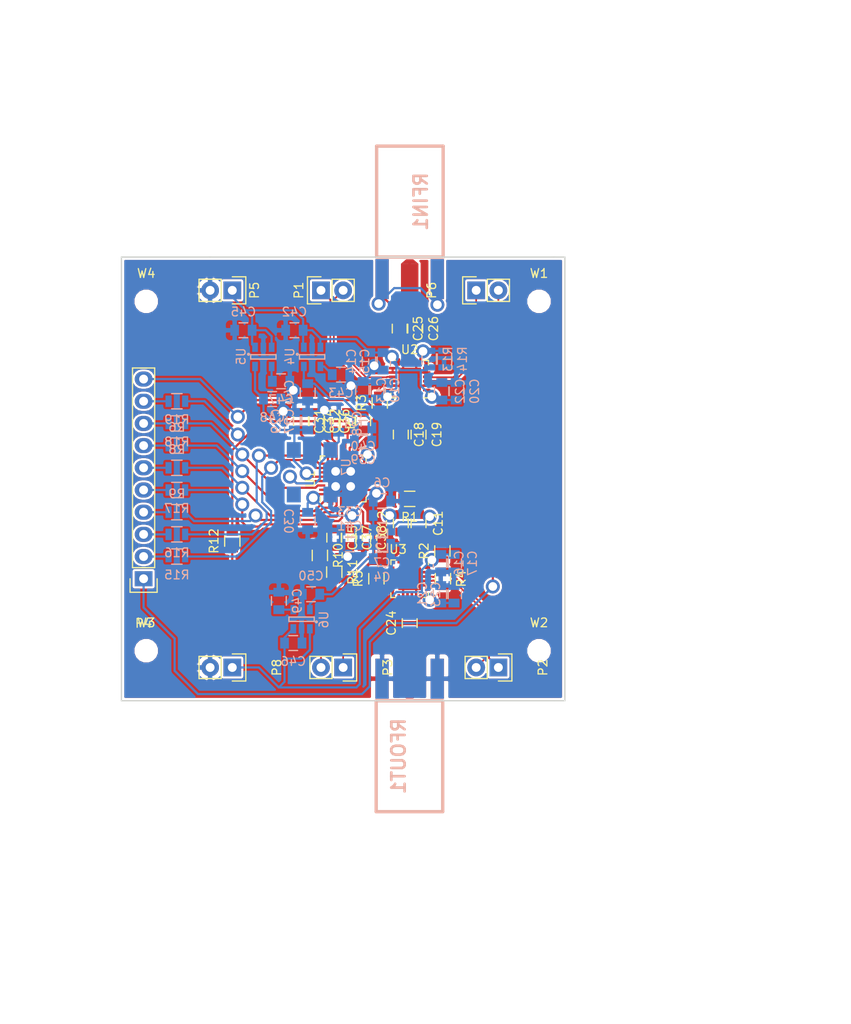
<source format=kicad_pcb>
(kicad_pcb (version 4) (host pcbnew 4.0.2-stable)
  (layers (0 F.Cu signal) (31 B.Cu signal) (34 B.Paste user) (35 F.Paste user) (36 B.SilkS user) (37 F.SilkS user) (38 B.Mask user) (39 F.Mask user) (44 Edge.Cuts user))
  (net 0 "")
  (net 1 GND)
  (net 2 "Net-(C11-Pad1)")
  (net 3 "Net-(C12-Pad1)")
  (net 4 "Net-(C18-Pad1)")
  (net 5 "Net-(C19-Pad1)")
  (net 6 "Net-(C24-Pad1)")
  (net 7 "Net-(C24-Pad2)")
  (net 8 "Net-(C25-Pad2)")
  (net 9 "Net-(C26-Pad2)")
  (net 10 /SD_MOD)
  (net 11 //EN_DEMOD)
  (net 12 /VCC_RF)
  (net 13 /5V)
  (net 14 "Net-(C25-Pad1)")
  (net 15 "Net-(C26-Pad1)")
  (net 16 /VCC_DIG)
  (net 17 "Net-(C28-Pad1)")
  (net 18 /VCC_PLL)
  (net 19 "Net-(C31-Pad2)")
  (net 20 "Net-(C32-Pad2)")
  (net 21 /TUNE)
  (net 22 "Net-(C35-Pad1)")
  (net 23 "Net-(C35-Pad2)")
  (net 24 "Net-(C36-Pad1)")
  (net 25 "Net-(C43-Pad1)")
  (net 26 "Net-(C47-Pad1)")
  (net 27 "Net-(C49-Pad1)")
  (net 28 /ENABLE)
  (net 29 /LD)
  (net 30 /LE)
  (net 31 /CE)
  (net 32 /DATA)
  (net 33 /CLK)
  (net 34 /MUX_OUT)
  (net 35 "Net-(R6-Pad1)")
  (net 36 "Net-(R7-Pad2)")
  (net 37 "Net-(R8-Pad1)")
  (net 38 "Net-(R9-Pad1)")
  (net 39 "Net-(R10-Pad2)")
  (net 40 "Net-(R13-Pad2)")
  (net 41 /5V_MOD)
  (net 42 "Net-(P4-Pad2)")
  (net 43 "Net-(P4-Pad8)")
  (net 44 /MOD_N)
  (net 45 /MOD_P)
  (net 46 /DEMOD_N)
  (net 47 /DEMOD_P)
  (net 48 /DEMOD_I_N)
  (net 49 /DEMOD_I_P)
  (net 50 /MOD_I_N)
  (net 51 /MOD_I_P)
  (net 52 /MOD_Q_P)
  (net 53 /MOD_Q_N)
  (net 54 /DEMOD_Q_P)
  (net 55 /DEMOD_Q_N)
  (net 56 "Net-(P4-Pad3)")
  (net 57 "Net-(P4-Pad5)")
  (net 58 "Net-(P4-Pad9)")
  (module Housings_DFN_QFN:QFN-24-1EP_4x4mm_Pitch0.5mm (layer F.Cu) (at 170.18 111.76 270)
    (fp_text reference U3 (at -3.3655 1.3335 360) (layer F.SilkS))
    (fp_text value ADL5375)
    (pad 1 smd rect (at -2.05 -1.25 270) (size 0.6 0.3) (layers F.Cu F.Paste F.Mask) (net 10 /SD_MOD))
    (pad 2 smd rect (at -1.95 -0.75 270) (size 0.85 0.3) (layers F.Cu F.Paste F.Mask) (net 1 GND))
    (pad 3 smd rect (at -1.95 -0.25 270) (size 0.85 0.3) (layers F.Cu F.Paste F.Mask) (net 2 "Net-(C11-Pad1)"))
    (pad 4 smd rect (at -1.95 0.25 270) (size 0.85 0.3) (layers F.Cu F.Paste F.Mask) (net 3 "Net-(C12-Pad1)"))
    (pad 5 smd rect (at -1.95 0.75 270) (size 0.85 0.3) (layers F.Cu F.Paste F.Mask) (net 1 GND))
    (pad 6 smd rect (at -2.05 1.25 270) (size 0.6 0.3) (layers F.Cu F.Paste F.Mask))
    (pad 7 smd rect (at -1.25 2.05) (size 0.6 0.3) (layers F.Cu F.Paste F.Mask))
    (pad 8 smd rect (at -0.75 1.95) (size 0.85 0.3) (layers F.Cu F.Paste F.Mask) (net 1 GND))
    (pad 9 smd rect (at -0.25 1.95) (size 0.85 0.3) (layers F.Cu F.Paste F.Mask) (net 53 /MOD_Q_N))
    (pad 10 smd rect (at 0.25 1.95) (size 0.85 0.3) (layers F.Cu F.Paste F.Mask) (net 52 /MOD_Q_P))
    (pad 11 smd rect (at 0.75 1.95) (size 0.85 0.3) (layers F.Cu F.Paste F.Mask) (net 1 GND))
    (pad 12 smd rect (at 1.25 2.05) (size 0.6 0.3) (layers F.Cu F.Paste F.Mask) (net 1 GND))
    (pad 13 smd rect (at 2.05 1.25 270) (size 0.6 0.3) (layers F.Cu F.Paste F.Mask))
    (pad 14 smd rect (at 1.95 0.75 270) (size 0.85 0.3) (layers F.Cu F.Paste F.Mask) (net 1 GND))
    (pad 15 smd rect (at 1.95 0.25 270) (size 0.85 0.3) (layers F.Cu F.Paste F.Mask))
    (pad 16 smd rect (at 1.95 -0.25 270) (size 0.85 0.3) (layers F.Cu F.Paste F.Mask) (net 7 "Net-(C24-Pad2)"))
    (pad 17 smd rect (at 1.95 -0.75 270) (size 0.85 0.3) (layers F.Cu F.Paste F.Mask) (net 1 GND))
    (pad 18 smd rect (at 2.05 -1.25 270) (size 0.6 0.3) (layers F.Cu F.Paste F.Mask) (net 41 /5V_MOD))
    (pad 19 smd rect (at 1.25 -2.05) (size 0.6 0.3) (layers F.Cu F.Paste F.Mask) (net 1 GND))
    (pad 20 smd rect (at 0.75 -1.95) (size 0.85 0.3) (layers F.Cu F.Paste F.Mask) (net 1 GND))
    (pad 21 smd rect (at 0.25 -1.95) (size 0.85 0.3) (layers F.Cu F.Paste F.Mask) (net 51 /MOD_I_P))
    (pad 22 smd rect (at -0.25 -1.95) (size 0.85 0.3) (layers F.Cu F.Paste F.Mask) (net 50 /MOD_I_N))
    (pad 23 smd rect (at -0.75 -1.95) (size 0.85 0.3) (layers F.Cu F.Paste F.Mask) (net 1 GND))
    (pad 24 smd rect (at -1.25 -2.05) (size 0.6 0.3) (layers F.Cu F.Paste F.Mask) (net 41 /5V_MOD))
    (pad 25 smd rect (at 0.65 0.65 270) (size 1.3 1.3) (layers F.Cu F.Paste F.Mask) (net 1 GND))
    (pad 25 smd rect (at 0.65 -0.65 270) (size 1.3 1.3) (layers F.Cu F.Paste F.Mask) (net 1 GND))
    (pad 25 smd rect (at -0.65 0.65 270) (size 1.3 1.3) (layers F.Cu F.Paste F.Mask) (net 1 GND))
    (pad 25 smd rect (at -0.65 -0.65 270) (size 1.3 1.3) (layers F.Cu F.Paste F.Mask) (net 1 GND))
  )
  (module Housings_DFN_QFN:QFN-32-1EP_5x5mm_Pitch0.5mm (layer F.Cu) (at 162.56 100.33 90)
    (fp_text reference U1 (at 0 -3.75 90) (layer F.SilkS))
    (fp_text value MAX2870)
    (pad 1 smd rect (at -2.4 -1.75 90) (size 0.7 0.25) (layers F.Cu F.Paste F.Mask) (net 35 "Net-(R6-Pad1)"))
    (pad 2 smd rect (at -2.4 -1.25 90) (size 0.7 0.25) (layers F.Cu F.Paste F.Mask) (net 37 "Net-(R8-Pad1)"))
    (pad 3 smd rect (at -2.4 -0.75 90) (size 0.7 0.25) (layers F.Cu F.Paste F.Mask) (net 38 "Net-(R9-Pad1)"))
    (pad 4 smd rect (at -2.4 -0.25 90) (size 0.7 0.25) (layers F.Cu F.Paste F.Mask) (net 31 /CE))
    (pad 5 smd rect (at -2.4 0.25 90) (size 0.7 0.25) (layers F.Cu F.Paste F.Mask) (net 39 "Net-(R10-Pad2)"))
    (pad 6 smd rect (at -2.4 0.75 90) (size 0.7 0.25) (layers F.Cu F.Paste F.Mask) (net 18 /VCC_PLL))
    (pad 7 smd rect (at -2.4 1.25 90) (size 0.7 0.25) (layers F.Cu F.Paste F.Mask) (net 22 "Net-(C35-Pad1)"))
    (pad 8 smd rect (at -2.4 1.75 90) (size 0.7 0.25) (layers F.Cu F.Paste F.Mask) (net 1 GND))
    (pad 9 smd rect (at -1.75 2.4 180) (size 0.7 0.25) (layers F.Cu F.Paste F.Mask) (net 1 GND))
    (pad 10 smd rect (at -1.25 2.4 180) (size 0.7 0.25) (layers F.Cu F.Paste F.Mask) (net 18 /VCC_PLL))
    (pad 11 smd rect (at -0.75 2.4 180) (size 0.7 0.25) (layers F.Cu F.Paste F.Mask) (net 1 GND))
    (pad 12 smd rect (at -0.25 2.4 180) (size 0.7 0.25) (layers F.Cu F.Paste F.Mask) (net 45 /MOD_P))
    (pad 13 smd rect (at 0.25 2.4 180) (size 0.7 0.25) (layers F.Cu F.Paste F.Mask) (net 44 /MOD_N))
    (pad 14 smd rect (at 0.75 2.4 180) (size 0.7 0.25) (layers F.Cu F.Paste F.Mask) (net 47 /DEMOD_P))
    (pad 15 smd rect (at 1.25 2.4 180) (size 0.7 0.25) (layers F.Cu F.Paste F.Mask) (net 46 /DEMOD_N))
    (pad 16 smd rect (at 1.75 2.4 180) (size 0.7 0.25) (layers F.Cu F.Paste F.Mask) (net 12 /VCC_RF))
    (pad 17 smd rect (at 2.4 1.75 90) (size 0.7 0.25) (layers F.Cu F.Paste F.Mask) (net 12 /VCC_RF))
    (pad 18 smd rect (at 2.4 1.25 90) (size 0.7 0.25) (layers F.Cu F.Paste F.Mask) (net 1 GND))
    (pad 19 smd rect (at 2.4 0.75 90) (size 0.7 0.25) (layers F.Cu F.Paste F.Mask) (net 24 "Net-(C36-Pad1)"))
    (pad 20 smd rect (at 2.4 0.25 90) (size 0.7 0.25) (layers F.Cu F.Paste F.Mask) (net 21 /TUNE))
    (pad 21 smd rect (at 2.4 -0.25 90) (size 0.7 0.25) (layers F.Cu F.Paste F.Mask) (net 1 GND))
    (pad 22 smd rect (at 2.4 -0.75 90) (size 0.7 0.25) (layers F.Cu F.Paste F.Mask) (net 36 "Net-(R7-Pad2)"))
    (pad 23 smd rect (at 2.4 -1.25 90) (size 0.7 0.25) (layers F.Cu F.Paste F.Mask) (net 20 "Net-(C32-Pad2)"))
    (pad 24 smd rect (at 2.4 -1.75 90) (size 0.7 0.25) (layers F.Cu F.Paste F.Mask) (net 19 "Net-(C31-Pad2)"))
    (pad 25 smd rect (at 1.75 -2.4 180) (size 0.7 0.25) (layers F.Cu F.Paste F.Mask) (net 29 /LD))
    (pad 26 smd rect (at 1.25 -2.4 180) (size 0.7 0.25) (layers F.Cu F.Paste F.Mask) (net 28 /ENABLE))
    (pad 27 smd rect (at 0.75 -2.4 180) (size 0.7 0.25) (layers F.Cu F.Paste F.Mask) (net 1 GND))
    (pad 28 smd rect (at 0.25 -2.4 180) (size 0.7 0.25) (layers F.Cu F.Paste F.Mask) (net 16 /VCC_DIG))
    (pad 29 smd rect (at -0.25 -2.4 180) (size 0.7 0.25) (layers F.Cu F.Paste F.Mask) (net 17 "Net-(C28-Pad1)"))
    (pad 30 smd rect (at -0.75 -2.4 180) (size 0.7 0.25) (layers F.Cu F.Paste F.Mask) (net 34 /MUX_OUT))
    (pad 31 smd rect (at -1.25 -2.4 180) (size 0.7 0.25) (layers F.Cu F.Paste F.Mask) (net 1 GND))
    (pad 32 smd rect (at -1.75 -2.4 180) (size 0.7 0.25) (layers F.Cu F.Paste F.Mask) (net 18 /VCC_PLL))
    (pad 33 smd rect (at 0.8625 0.8625 90) (size 1.725 1.725) (layers F.Cu F.Paste F.Mask) (net 1 GND))
    (pad 33 smd rect (at 0.8625 -0.8625 90) (size 1.725 1.725) (layers F.Cu F.Paste F.Mask) (net 1 GND))
    (pad 33 smd rect (at -0.8625 0.8625 90) (size 1.725 1.725) (layers F.Cu F.Paste F.Mask) (net 1 GND))
    (pad 33 smd rect (at -0.8625 -0.8625 90) (size 1.725 1.725) (layers F.Cu F.Paste F.Mask) (net 1 GND))
  )
  (module SMA_EDGE:SMA_EDGE (layer B.Cu) (at 171.45 68.58 90)
    (fp_text reference RFIN1 (at 0 0 90) (layer B.SilkS) (effects (font (thickness 0.3048)) (justify mirror)))
    (fp_text value SMA hide)
    (pad 0 connect rect (at -8.8773 1.89484 90) (size 4.572 1.524) (layers *.Cu B.Mask) (net 14 "Net-(C25-Pad1)"))
    (pad 1 connect trapezoid (at -6.858 -1.27 90) (size 0.50038 1.39954) (rect_delta 0.59944 0) (layers F.Cu B.Mask) (net 15 "Net-(C26-Pad1)"))
    (pad 2 connect rect (at -8.8773 -4.42976 90) (size 4.572 1.524) (layers *.Cu B.Mask) (net 14 "Net-(C25-Pad1)"))
    (pad 1 connect rect (at -9.144 -1.27 90) (size 4.07162 1.99898) (layers F.Cu B.Mask) (net 15 "Net-(C26-Pad1)"))
  )
  (module SMA_EDGE:SMA_EDGE (layer B.Cu) (at 168.91 132.08 270)
    (fp_text reference RFOUT1 (at 0 0 270) (layer B.SilkS) (effects (font (thickness 0.3048)) (justify mirror)))
    (fp_text value SMA hide)
    (pad 0 connect rect (at -8.8773 1.89484 270) (size 4.572 1.524) (layers *.Cu B.Mask) (net 1 GND))
    (pad 1 connect trapezoid (at -6.858 -1.27 270) (size 0.50038 1.39954) (rect_delta 0.59944 0) (layers F.Cu B.Mask) (net 6 "Net-(C24-Pad1)"))
    (pad 2 connect rect (at -8.8773 -4.42976 270) (size 4.572 1.524) (layers *.Cu B.Mask) (net 1 GND))
    (pad 1 connect rect (at -9.144 -1.27 270) (size 4.07162 1.99898) (layers F.Cu B.Mask) (net 6 "Net-(C24-Pad1)"))
  )
  (module Pin_Headers:Pin_Header_Straight_1x02 (layer F.Cu) (at 149.86 78.74 270)
    (fp_text reference P5 (at 0 -2.54 270) (layer F.SilkS))
    (fp_text value CONN_01X02)
    (pad 1 thru_hole rect (at 0 0 270) (size 2.032 2.032) (drill 1.016) (layers *.Cu *.Mask) (net 13 /5V))
    (pad 2 thru_hole oval (at 0 2.54 270) (size 2.032 2.032) (drill 1.016) (layers *.Cu *.Mask) (net 1 GND))
  )
  (module TO_SOT_Packages_SMD:SOT-23-5 (layer B.Cu) (at 159.004 86.36 270)
    (fp_text reference U4 (at -0.05 2.55 270) (layer B.SilkS) (effects (justify mirror)))
    (fp_text value REG113)
    (pad 1 smd rect (at -1.1 0.95 270) (size 1.06 0.65) (layers B.Cu B.Paste B.Mask) (net 13 /5V))
    (pad 2 smd rect (at -1.1 0 270) (size 1.06 0.65) (layers B.Cu B.Paste B.Mask) (net 1 GND))
    (pad 3 smd rect (at -1.1 -0.95 270) (size 1.06 0.65) (layers B.Cu B.Paste B.Mask) (net 13 /5V))
    (pad 4 smd rect (at 1.1 -0.95 270) (size 1.06 0.65) (layers B.Cu B.Paste B.Mask) (net 25 "Net-(C43-Pad1)"))
    (pad 5 smd rect (at 1.1 0.95 270) (size 1.06 0.65) (layers B.Cu B.Paste B.Mask) (net 12 /VCC_RF))
  )
  (module TO_SOT_Packages_SMD:SOT-23-5 (layer B.Cu) (at 153.416 86.36 270)
    (fp_text reference U5 (at -0.05 2.55 270) (layer B.SilkS) (effects (justify mirror)))
    (fp_text value REG113)
    (pad 1 smd rect (at -1.1 0.95 270) (size 1.06 0.65) (layers B.Cu B.Paste B.Mask) (net 13 /5V))
    (pad 2 smd rect (at -1.1 0 270) (size 1.06 0.65) (layers B.Cu B.Paste B.Mask) (net 1 GND))
    (pad 3 smd rect (at -1.1 -0.95 270) (size 1.06 0.65) (layers B.Cu B.Paste B.Mask) (net 13 /5V))
    (pad 4 smd rect (at 1.1 -0.95 270) (size 1.06 0.65) (layers B.Cu B.Paste B.Mask) (net 26 "Net-(C47-Pad1)"))
    (pad 5 smd rect (at 1.1 0.95 270) (size 1.06 0.65) (layers B.Cu B.Paste B.Mask) (net 16 /VCC_DIG))
  )
  (module TO_SOT_Packages_SMD:SOT-23-5 (layer B.Cu) (at 157.7975 116.3955 90)
    (fp_text reference U6 (at -0.05 2.55 90) (layer B.SilkS) (effects (justify mirror)))
    (fp_text value REG113)
    (pad 1 smd rect (at -1.1 0.95 90) (size 1.06 0.65) (layers B.Cu B.Paste B.Mask) (net 41 /5V_MOD))
    (pad 2 smd rect (at -1.1 0 90) (size 1.06 0.65) (layers B.Cu B.Paste B.Mask) (net 1 GND))
    (pad 3 smd rect (at -1.1 -0.95 90) (size 1.06 0.65) (layers B.Cu B.Paste B.Mask) (net 41 /5V_MOD))
    (pad 4 smd rect (at 1.1 -0.95 90) (size 1.06 0.65) (layers B.Cu B.Paste B.Mask) (net 27 "Net-(C49-Pad1)"))
    (pad 5 smd rect (at 1.1 0.95 90) (size 1.06 0.65) (layers B.Cu B.Paste B.Mask) (net 18 /VCC_PLL))
  )
  (module Capacitors_SMD:C_0805 (layer B.Cu) (at 167.005 109.474)
    (fp_text reference C4 (at 0 2.1) (layer B.SilkS) (effects (justify mirror)))
    (fp_text value 0.1u)
    (pad 1 smd rect (at -1 0) (size 1 1.25) (layers B.Cu B.Paste B.Mask) (net 18 /VCC_PLL))
    (pad 2 smd rect (at 1 0) (size 1 1.25) (layers B.Cu B.Paste B.Mask) (net 1 GND))
  )
  (module Capacitors_SMD:C_0805 (layer B.Cu) (at 167.005 102.87 180)
    (fp_text reference C6 (at 0 2.1 180) (layer B.SilkS) (effects (justify mirror)))
    (fp_text value 120p)
    (pad 1 smd rect (at -1 0 180) (size 1 1.25) (layers B.Cu B.Paste B.Mask) (net 1 GND))
    (pad 2 smd rect (at 1 0 180) (size 1 1.25) (layers B.Cu B.Paste B.Mask) (net 18 /VCC_PLL))
  )
  (module Capacitors_SMD:C_0805 (layer B.Cu) (at 167.005 107.823)
    (fp_text reference C7 (at 0 2.1) (layer B.SilkS) (effects (justify mirror)))
    (fp_text value 120p)
    (pad 1 smd rect (at -1 0) (size 1 1.25) (layers B.Cu B.Paste B.Mask) (net 18 /VCC_PLL))
    (pad 2 smd rect (at 1 0) (size 1 1.25) (layers B.Cu B.Paste B.Mask) (net 1 GND))
  )
  (module Capacitors_SMD:C_0805 (layer B.Cu) (at 166.37 90.17 90)
    (fp_text reference C10 (at 0 2.1 90) (layer B.SilkS) (effects (justify mirror)))
    (fp_text value 0.1u)
    (pad 1 smd rect (at -1 0 90) (size 1 1.25) (layers B.Cu B.Paste B.Mask) (net 13 /5V))
    (pad 2 smd rect (at 1 0 90) (size 1 1.25) (layers B.Cu B.Paste B.Mask) (net 1 GND))
  )
  (module Capacitors_SMD:C_0805 (layer F.Cu) (at 171.196 105.41 90)
    (fp_text reference C11 (at 0 2.25 90) (layer F.SilkS))
    (fp_text value 1n)
    (pad 1 smd rect (at -1 0 90) (size 1 1.25) (layers F.Cu F.Paste F.Mask) (net 2 "Net-(C11-Pad1)"))
    (pad 2 smd rect (at 1 0 90) (size 1 1.25) (layers F.Cu F.Paste F.Mask) (net 44 /MOD_N))
  )
  (module Capacitors_SMD:C_0805 (layer F.Cu) (at 169.164 105.41 90)
    (fp_text reference C12 (at 0 -2.1 90) (layer F.SilkS))
    (fp_text value 1n)
    (pad 1 smd rect (at -1 0 90) (size 1 1.25) (layers F.Cu F.Paste F.Mask) (net 3 "Net-(C12-Pad1)"))
    (pad 2 smd rect (at 1 0 90) (size 1 1.25) (layers F.Cu F.Paste F.Mask) (net 45 /MOD_P))
  )
  (module Capacitors_SMD:C_0805 (layer B.Cu) (at 164.846 90.17 90)
    (fp_text reference C13 (at 0 2.1 90) (layer B.SilkS) (effects (justify mirror)))
    (fp_text value 100p)
    (pad 1 smd rect (at -1 0 90) (size 1 1.25) (layers B.Cu B.Paste B.Mask) (net 13 /5V))
    (pad 2 smd rect (at 1 0 90) (size 1 1.25) (layers B.Cu B.Paste B.Mask) (net 1 GND))
  )
  (module Capacitors_SMD:C_0805 (layer B.Cu) (at 165.608 86.868 270)
    (fp_text reference C14 (at 0 2.1 270) (layer B.SilkS) (effects (justify mirror)))
    (fp_text value 0.1u)
    (pad 1 smd rect (at -1 0 270) (size 1 1.25) (layers B.Cu B.Paste B.Mask) (net 13 /5V))
    (pad 2 smd rect (at 1 0 270) (size 1 1.25) (layers B.Cu B.Paste B.Mask) (net 1 GND))
  )
  (module Capacitors_SMD:C_0805 (layer B.Cu) (at 167.132 86.868 270)
    (fp_text reference C15 (at 0 2.1 270) (layer B.SilkS) (effects (justify mirror)))
    (fp_text value 100p)
    (pad 1 smd rect (at -1 0 270) (size 1 1.25) (layers B.Cu B.Paste B.Mask) (net 13 /5V))
    (pad 2 smd rect (at 1 0 270) (size 1 1.25) (layers B.Cu B.Paste B.Mask) (net 1 GND))
  )
  (module Capacitors_SMD:C_0805 (layer B.Cu) (at 173.736 109.982 90)
    (fp_text reference C16 (at 0 2.1 90) (layer B.SilkS) (effects (justify mirror)))
    (fp_text value 0.1u)
    (pad 1 smd rect (at -1 0 90) (size 1 1.25) (layers B.Cu B.Paste B.Mask) (net 1 GND))
    (pad 2 smd rect (at 1 0 90) (size 1 1.25) (layers B.Cu B.Paste B.Mask) (net 41 /5V_MOD))
  )
  (module Capacitors_SMD:C_0805 (layer B.Cu) (at 175.26 109.982 90)
    (fp_text reference C17 (at 0 2.1 90) (layer B.SilkS) (effects (justify mirror)))
    (fp_text value 100p)
    (pad 1 smd rect (at -1 0 90) (size 1 1.25) (layers B.Cu B.Paste B.Mask) (net 1 GND))
    (pad 2 smd rect (at 1 0 90) (size 1 1.25) (layers B.Cu B.Paste B.Mask) (net 41 /5V_MOD))
  )
  (module Capacitors_SMD:C_0805 (layer F.Cu) (at 169.164 95.25 270)
    (fp_text reference C18 (at 0 -2.1 270) (layer F.SilkS))
    (fp_text value 100p)
    (pad 1 smd rect (at -1 0 270) (size 1 1.25) (layers F.Cu F.Paste F.Mask) (net 4 "Net-(C18-Pad1)"))
    (pad 2 smd rect (at 1 0 270) (size 1 1.25) (layers F.Cu F.Paste F.Mask) (net 46 /DEMOD_N))
  )
  (module Capacitors_SMD:C_0805 (layer F.Cu) (at 171.196 95.25 270)
    (fp_text reference C19 (at 0 -2.1 270) (layer F.SilkS))
    (fp_text value 100p)
    (pad 1 smd rect (at -1 0 270) (size 1 1.25) (layers F.Cu F.Paste F.Mask) (net 5 "Net-(C19-Pad1)"))
    (pad 2 smd rect (at 1 0 270) (size 1 1.25) (layers F.Cu F.Paste F.Mask) (net 47 /DEMOD_P))
  )
  (module Capacitors_SMD:C_0805 (layer B.Cu) (at 175.514 90.297 90)
    (fp_text reference C20 (at 0 2.1 90) (layer B.SilkS) (effects (justify mirror)))
    (fp_text value 100p)
    (pad 1 smd rect (at -1 0 90) (size 1 1.25) (layers B.Cu B.Paste B.Mask) (net 13 /5V))
    (pad 2 smd rect (at 1 0 90) (size 1 1.25) (layers B.Cu B.Paste B.Mask) (net 1 GND))
  )
  (module Capacitors_SMD:C_0805 (layer B.Cu) (at 173.736 113.538 270)
    (fp_text reference C21 (at 0 2.1 270) (layer B.SilkS) (effects (justify mirror)))
    (fp_text value 100p)
    (pad 1 smd rect (at -1 0 270) (size 1 1.25) (layers B.Cu B.Paste B.Mask) (net 1 GND))
    (pad 2 smd rect (at 1 0 270) (size 1 1.25) (layers B.Cu B.Paste B.Mask) (net 41 /5V_MOD))
  )
  (module Capacitors_SMD:C_0805 (layer B.Cu) (at 173.863 90.297 90)
    (fp_text reference C22 (at 0 2.1 90) (layer B.SilkS) (effects (justify mirror)))
    (fp_text value 0.1u)
    (pad 1 smd rect (at -1 0 90) (size 1 1.25) (layers B.Cu B.Paste B.Mask) (net 13 /5V))
    (pad 2 smd rect (at 1 0 90) (size 1 1.25) (layers B.Cu B.Paste B.Mask) (net 1 GND))
  )
  (module Capacitors_SMD:C_0805 (layer B.Cu) (at 175.26 113.538 270)
    (fp_text reference C23 (at 0 2.1 270) (layer B.SilkS) (effects (justify mirror)))
    (fp_text value 0.1u)
    (pad 1 smd rect (at -1 0 270) (size 1 1.25) (layers B.Cu B.Paste B.Mask) (net 1 GND))
    (pad 2 smd rect (at 1 0 270) (size 1 1.25) (layers B.Cu B.Paste B.Mask) (net 41 /5V_MOD))
  )
  (module Capacitors_SMD:C_0805 (layer F.Cu) (at 170.18 116.84 90)
    (fp_text reference C24 (at 0 -2.1 90) (layer F.SilkS))
    (fp_text value 100p)
    (pad 1 smd rect (at -1 0 90) (size 1 1.25) (layers F.Cu F.Paste F.Mask) (net 6 "Net-(C24-Pad1)"))
    (pad 2 smd rect (at 1 0 90) (size 1 1.25) (layers F.Cu F.Paste F.Mask) (net 7 "Net-(C24-Pad2)"))
  )
  (module Capacitors_SMD:C_0805 (layer F.Cu) (at 169.037 83.1215 270)
    (fp_text reference C25 (at 0 -2.1 270) (layer F.SilkS))
    (fp_text value 100p)
    (pad 1 smd rect (at -1 0 270) (size 1 1.25) (layers F.Cu F.Paste F.Mask) (net 14 "Net-(C25-Pad1)"))
    (pad 2 smd rect (at 1 0 270) (size 1 1.25) (layers F.Cu F.Paste F.Mask) (net 8 "Net-(C25-Pad2)"))
  )
  (module Capacitors_SMD:C_0805 (layer F.Cu) (at 170.815 83.1215 270)
    (fp_text reference C26 (at 0 -2.1 270) (layer F.SilkS))
    (fp_text value 100p)
    (pad 1 smd rect (at -1 0 270) (size 1 1.25) (layers F.Cu F.Paste F.Mask) (net 15 "Net-(C26-Pad1)"))
    (pad 2 smd rect (at 1 0 270) (size 1 1.25) (layers F.Cu F.Paste F.Mask) (net 9 "Net-(C26-Pad2)"))
  )
  (module Capacitors_SMD:C_0805 (layer B.Cu) (at 158.496 93.726 270)
    (fp_text reference C27 (at 0 2.1 270) (layer B.SilkS) (effects (justify mirror)))
    (fp_text value 0.1u)
    (pad 1 smd rect (at -1 0 270) (size 1 1.25) (layers B.Cu B.Paste B.Mask) (net 1 GND))
    (pad 2 smd rect (at 1 0 270) (size 1 1.25) (layers B.Cu B.Paste B.Mask) (net 16 /VCC_DIG))
  )
  (module Capacitors_SMD:C_0805 (layer B.Cu) (at 162.052 93.98 90)
    (fp_text reference C28 (at 0 2.1 90) (layer B.SilkS) (effects (justify mirror)))
    (fp_text value 15p)
    (pad 1 smd rect (at -1 0 90) (size 1 1.25) (layers B.Cu B.Paste B.Mask) (net 17 "Net-(C28-Pad1)"))
    (pad 2 smd rect (at 1 0 90) (size 1 1.25) (layers B.Cu B.Paste B.Mask) (net 1 GND))
  )
  (module Capacitors_SMD:C_0805 (layer B.Cu) (at 156.972 93.726 270)
    (fp_text reference C29 (at 0 2.1 270) (layer B.SilkS) (effects (justify mirror)))
    (fp_text value 0.1u)
    (pad 1 smd rect (at -1 0 270) (size 1 1.25) (layers B.Cu B.Paste B.Mask) (net 1 GND))
    (pad 2 smd rect (at 1 0 270) (size 1 1.25) (layers B.Cu B.Paste B.Mask) (net 16 /VCC_DIG))
  )
  (module Capacitors_SMD:C_0805 (layer B.Cu) (at 158.496 105.156 270)
    (fp_text reference C30 (at 0 2.1 270) (layer B.SilkS) (effects (justify mirror)))
    (fp_text value 0.1u)
    (pad 1 smd rect (at -1 0 270) (size 1 1.25) (layers B.Cu B.Paste B.Mask) (net 18 /VCC_PLL))
    (pad 2 smd rect (at 1 0 270) (size 1 1.25) (layers B.Cu B.Paste B.Mask) (net 1 GND))
  )
  (module Capacitors_SMD:C_0805 (layer F.Cu) (at 157.734 93.726 270)
    (fp_text reference C31 (at 0 -2.1 270) (layer F.SilkS))
    (fp_text value C)
    (pad 1 smd rect (at -1 0 270) (size 1 1.25) (layers F.Cu F.Paste F.Mask) (net 1 GND))
    (pad 2 smd rect (at 1 0 270) (size 1 1.25) (layers F.Cu F.Paste F.Mask) (net 19 "Net-(C31-Pad2)"))
  )
  (module Capacitors_SMD:C_0805 (layer F.Cu) (at 159.512 93.726 270)
    (fp_text reference C32 (at 0 -2.1 270) (layer F.SilkS))
    (fp_text value C)
    (pad 1 smd rect (at -1 0 270) (size 1 1.25) (layers F.Cu F.Paste F.Mask) (net 1 GND))
    (pad 2 smd rect (at 1 0 270) (size 1 1.25) (layers F.Cu F.Paste F.Mask) (net 20 "Net-(C32-Pad2)"))
  )
  (module Capacitors_SMD:C_0805 (layer B.Cu) (at 163.322 106.172 180)
    (fp_text reference C33 (at 0 2.1 180) (layer B.SilkS) (effects (justify mirror)))
    (fp_text value 0.1u)
    (pad 1 smd rect (at -1 0 180) (size 1 1.25) (layers B.Cu B.Paste B.Mask) (net 18 /VCC_PLL))
    (pad 2 smd rect (at 1 0 180) (size 1 1.25) (layers B.Cu B.Paste B.Mask) (net 1 GND))
  )
  (module Capacitors_SMD:C_0805 (layer F.Cu) (at 163.068 93.726 90)
    (fp_text reference C34 (at 0 -2.1 90) (layer F.SilkS))
    (fp_text value C)
    (pad 1 smd rect (at -1 0 90) (size 1 1.25) (layers F.Cu F.Paste F.Mask) (net 21 /TUNE))
    (pad 2 smd rect (at 1 0 90) (size 1 1.25) (layers F.Cu F.Paste F.Mask) (net 1 GND))
  )
  (module Capacitors_SMD:C_0805 (layer F.Cu) (at 161.544 107.061 270)
    (fp_text reference C35 (at 0 -2.1 270) (layer F.SilkS))
    (fp_text value C)
    (pad 1 smd rect (at -1 0 270) (size 1 1.25) (layers F.Cu F.Paste F.Mask) (net 22 "Net-(C35-Pad1)"))
    (pad 2 smd rect (at 1 0 270) (size 1 1.25) (layers F.Cu F.Paste F.Mask) (net 23 "Net-(C35-Pad2)"))
  )
  (module Capacitors_SMD:C_0805 (layer F.Cu) (at 164.846 93.726 90)
    (fp_text reference C36 (at 0 -2.1 90) (layer F.SilkS))
    (fp_text value C)
    (pad 1 smd rect (at -1 0 90) (size 1 1.25) (layers F.Cu F.Paste F.Mask) (net 24 "Net-(C36-Pad1)"))
    (pad 2 smd rect (at 1 0 90) (size 1 1.25) (layers F.Cu F.Paste F.Mask) (net 1 GND))
  )
  (module Capacitors_SMD:C_0805 (layer F.Cu) (at 163.195 107.061 270)
    (fp_text reference C37 (at 0 -2.1 270) (layer F.SilkS))
    (fp_text value C)
    (pad 1 smd rect (at -1 0 270) (size 1 1.25) (layers F.Cu F.Paste F.Mask) (net 22 "Net-(C35-Pad1)"))
    (pad 2 smd rect (at 1 0 270) (size 1 1.25) (layers F.Cu F.Paste F.Mask) (net 1 GND))
  )
  (module Capacitors_SMD:C_0805 (layer F.Cu) (at 164.846 107.061 270)
    (fp_text reference C38 (at 0 -2.1 270) (layer F.SilkS))
    (fp_text value C)
    (pad 1 smd rect (at -1 0 270) (size 1 1.25) (layers F.Cu F.Paste F.Mask) (net 22 "Net-(C35-Pad1)"))
    (pad 2 smd rect (at 1 0 270) (size 1 1.25) (layers F.Cu F.Paste F.Mask) (net 1 GND))
  )
  (module Capacitors_SMD:C_0805 (layer B.Cu) (at 164.846 96.012)
    (fp_text reference C39 (at 0 2.1) (layer B.SilkS) (effects (justify mirror)))
    (fp_text value 0.1u)
    (pad 1 smd rect (at -1 0) (size 1 1.25) (layers B.Cu B.Paste B.Mask) (net 1 GND))
    (pad 2 smd rect (at 1 0) (size 1 1.25) (layers B.Cu B.Paste B.Mask) (net 12 /VCC_RF))
  )
  (module Capacitors_SMD:C_0805 (layer B.Cu) (at 164.846 94.488)
    (fp_text reference C40 (at 0 2.1) (layer B.SilkS) (effects (justify mirror)))
    (fp_text value 0.1u)
    (pad 1 smd rect (at -1 0) (size 1 1.25) (layers B.Cu B.Paste B.Mask) (net 1 GND))
    (pad 2 smd rect (at 1 0) (size 1 1.25) (layers B.Cu B.Paste B.Mask) (net 12 /VCC_RF))
  )
  (module Capacitors_SMD:C_0805 (layer B.Cu) (at 163.322 107.823 180)
    (fp_text reference C41 (at 0 2.1 180) (layer B.SilkS) (effects (justify mirror)))
    (fp_text value 0.1u)
    (pad 1 smd rect (at -1 0 180) (size 1 1.25) (layers B.Cu B.Paste B.Mask) (net 18 /VCC_PLL))
    (pad 2 smd rect (at 1 0 180) (size 1 1.25) (layers B.Cu B.Paste B.Mask) (net 1 GND))
  )
  (module Capacitors_SMD:C_0805 (layer B.Cu) (at 156.972 83.312 180)
    (fp_text reference C42 (at 0 2.1 180) (layer B.SilkS) (effects (justify mirror)))
    (fp_text value 0.1u)
    (pad 1 smd rect (at -1 0 180) (size 1 1.25) (layers B.Cu B.Paste B.Mask) (net 13 /5V))
    (pad 2 smd rect (at 1 0 180) (size 1 1.25) (layers B.Cu B.Paste B.Mask) (net 1 GND))
  )
  (module Capacitors_SMD:C_0805 (layer B.Cu) (at 162.306 88.392)
    (fp_text reference C43 (at 0 2.1) (layer B.SilkS) (effects (justify mirror)))
    (fp_text value 10n)
    (pad 1 smd rect (at -1 0) (size 1 1.25) (layers B.Cu B.Paste B.Mask) (net 25 "Net-(C43-Pad1)"))
    (pad 2 smd rect (at 1 0) (size 1 1.25) (layers B.Cu B.Paste B.Mask) (net 1 GND))
  )
  (module Capacitors_SMD:C_0805 (layer B.Cu) (at 158.496 90.424 270)
    (fp_text reference C44 (at 0 2.1 270) (layer B.SilkS) (effects (justify mirror)))
    (fp_text value 10u)
    (pad 1 smd rect (at -1 0 270) (size 1 1.25) (layers B.Cu B.Paste B.Mask) (net 12 /VCC_RF))
    (pad 2 smd rect (at 1 0 270) (size 1 1.25) (layers B.Cu B.Paste B.Mask) (net 1 GND))
  )
  (module Capacitors_SMD:C_0805 (layer B.Cu) (at 151.13 83.312 180)
    (fp_text reference C45 (at 0 2.1 180) (layer B.SilkS) (effects (justify mirror)))
    (fp_text value 0.1u)
    (pad 1 smd rect (at -1 0 180) (size 1 1.25) (layers B.Cu B.Paste B.Mask) (net 13 /5V))
    (pad 2 smd rect (at 1 0 180) (size 1 1.25) (layers B.Cu B.Paste B.Mask) (net 1 GND))
  )
  (module Capacitors_SMD:C_0805 (layer B.Cu) (at 156.845 119.126)
    (fp_text reference C46 (at 0 2.1) (layer B.SilkS) (effects (justify mirror)))
    (fp_text value 0.1u)
    (pad 1 smd rect (at -1 0) (size 1 1.25) (layers B.Cu B.Paste B.Mask) (net 41 /5V_MOD))
    (pad 2 smd rect (at 1 0) (size 1 1.25) (layers B.Cu B.Paste B.Mask) (net 1 GND))
  )
  (module Capacitors_SMD:C_0805 (layer B.Cu) (at 155.448 89.154)
    (fp_text reference C47 (at 0 2.1) (layer B.SilkS) (effects (justify mirror)))
    (fp_text value 10n)
    (pad 1 smd rect (at -1 0) (size 1 1.25) (layers B.Cu B.Paste B.Mask) (net 26 "Net-(C47-Pad1)"))
    (pad 2 smd rect (at 1 0) (size 1 1.25) (layers B.Cu B.Paste B.Mask) (net 1 GND))
  )
  (module Capacitors_SMD:C_0805 (layer B.Cu) (at 154.432 91.186)
    (fp_text reference C48 (at 0 2.1) (layer B.SilkS) (effects (justify mirror)))
    (fp_text value 10u)
    (pad 1 smd rect (at -1 0) (size 1 1.25) (layers B.Cu B.Paste B.Mask) (net 16 /VCC_DIG))
    (pad 2 smd rect (at 1 0) (size 1 1.25) (layers B.Cu B.Paste B.Mask) (net 1 GND))
  )
  (module Capacitors_SMD:C_0805 (layer B.Cu) (at 155.194 114.3 90)
    (fp_text reference C49 (at 0 2.1 90) (layer B.SilkS) (effects (justify mirror)))
    (fp_text value 10n)
    (pad 1 smd rect (at -1 0 90) (size 1 1.25) (layers B.Cu B.Paste B.Mask) (net 27 "Net-(C49-Pad1)"))
    (pad 2 smd rect (at 1 0 90) (size 1 1.25) (layers B.Cu B.Paste B.Mask) (net 1 GND))
  )
  (module Capacitors_SMD:C_0805 (layer B.Cu) (at 158.877 113.538 180)
    (fp_text reference C50 (at 0 2.1 180) (layer B.SilkS) (effects (justify mirror)))
    (fp_text value 10u)
    (pad 1 smd rect (at -1 0 180) (size 1 1.25) (layers B.Cu B.Paste B.Mask) (net 18 /VCC_PLL))
    (pad 2 smd rect (at 1 0 180) (size 1 1.25) (layers B.Cu B.Paste B.Mask) (net 1 GND))
  )
  (module Capacitors_SMD:C_0805 (layer B.Cu) (at 167.005 104.521)
    (fp_text reference L1 (at 0 2.1) (layer B.SilkS) (effects (justify mirror)))
    (fp_text value 3.9n)
    (pad 1 smd rect (at -1 0) (size 1 1.25) (layers B.Cu B.Paste B.Mask) (net 18 /VCC_PLL))
    (pad 2 smd rect (at 1 0) (size 1 1.25) (layers B.Cu B.Paste B.Mask) (net 45 /MOD_P))
  )
  (module Capacitors_SMD:C_0805 (layer B.Cu) (at 167.005 106.172)
    (fp_text reference L2 (at 0 2.1) (layer B.SilkS) (effects (justify mirror)))
    (fp_text value 3.9n)
    (pad 1 smd rect (at -1 0) (size 1 1.25) (layers B.Cu B.Paste B.Mask) (net 18 /VCC_PLL))
    (pad 2 smd rect (at 1 0) (size 1 1.25) (layers B.Cu B.Paste B.Mask) (net 44 /MOD_N))
  )
  (module Resistors_SMD:R_0805 (layer F.Cu) (at 170.18 102.616 180)
    (fp_text reference R1 (at 0 -2.1 180) (layer F.SilkS))
    (fp_text value DNP)
    (pad 1 smd rect (at -0.95 0 180) (size 0.7 1.3) (layers F.Cu F.Paste F.Mask) (net 44 /MOD_N))
    (pad 2 smd rect (at 0.95 0 180) (size 0.7 1.3) (layers F.Cu F.Paste F.Mask) (net 45 /MOD_P))
  )
  (module Resistors_SMD:R_0805 (layer F.Cu) (at 173.9265 108.585 90)
    (fp_text reference R2 (at 0 -2.1 90) (layer F.SilkS))
    (fp_text value 100k)
    (pad 1 smd rect (at -0.95 0 90) (size 0.7 1.3) (layers F.Cu F.Paste F.Mask) (net 41 /5V_MOD))
    (pad 2 smd rect (at 0.95 0 90) (size 0.7 1.3) (layers F.Cu F.Paste F.Mask) (net 10 /SD_MOD))
  )
  (module Resistors_SMD:R_0805 (layer F.Cu) (at 166.751 91.6305 90)
    (fp_text reference R3 (at 0 -2.1 90) (layer F.SilkS))
    (fp_text value 100k)
    (pad 1 smd rect (at -0.95 0 90) (size 0.7 1.3) (layers F.Cu F.Paste F.Mask) (net 11 //EN_DEMOD))
    (pad 2 smd rect (at 0.95 0 90) (size 0.7 1.3) (layers F.Cu F.Paste F.Mask) (net 13 /5V))
  )
  (module Resistors_SMD:R_0805 (layer F.Cu) (at 173.99 111.76 270)
    (fp_text reference R4 (at 0 -2.1 270) (layer F.SilkS))
    (fp_text value 100)
    (pad 1 smd rect (at -0.95 0 270) (size 0.7 1.3) (layers F.Cu F.Paste F.Mask) (net 50 /MOD_I_N))
    (pad 2 smd rect (at 0.95 0 270) (size 0.7 1.3) (layers F.Cu F.Paste F.Mask) (net 51 /MOD_I_P))
  )
  (module Resistors_SMD:R_0805 (layer F.Cu) (at 166.37 111.76 90)
    (fp_text reference R5 (at 0 -2.1 90) (layer F.SilkS))
    (fp_text value 100)
    (pad 1 smd rect (at -0.95 0 90) (size 0.7 1.3) (layers F.Cu F.Paste F.Mask) (net 52 /MOD_Q_P))
    (pad 2 smd rect (at 0.95 0 90) (size 0.7 1.3) (layers F.Cu F.Paste F.Mask) (net 53 /MOD_Q_N))
  )
  (module Resistors_SMD:R_0805 (layer B.Cu) (at 143.51 96.52 180)
    (fp_text reference R6 (at 0 2.1 180) (layer B.SilkS) (effects (justify mirror)))
    (fp_text value 100)
    (pad 1 smd rect (at -0.95 0 180) (size 0.7 1.3) (layers B.Cu B.Paste B.Mask) (net 35 "Net-(R6-Pad1)"))
    (pad 2 smd rect (at 0.95 0 180) (size 0.7 1.3) (layers B.Cu B.Paste B.Mask) (net 33 /CLK))
  )
  (module Resistors_SMD:R_0805 (layer F.Cu) (at 161.29 93.726 270)
    (fp_text reference R7 (at 0 -2.1 270) (layer F.SilkS))
    (fp_text value R)
    (pad 1 smd rect (at -0.95 0 270) (size 0.7 1.3) (layers F.Cu F.Paste F.Mask) (net 1 GND))
    (pad 2 smd rect (at 0.95 0 270) (size 0.7 1.3) (layers F.Cu F.Paste F.Mask) (net 36 "Net-(R7-Pad2)"))
  )
  (module Resistors_SMD:R_0805 (layer B.Cu) (at 143.51 99.06 180)
    (fp_text reference R8 (at 0 2.1 180) (layer B.SilkS) (effects (justify mirror)))
    (fp_text value 100)
    (pad 1 smd rect (at -0.95 0 180) (size 0.7 1.3) (layers B.Cu B.Paste B.Mask) (net 37 "Net-(R8-Pad1)"))
    (pad 2 smd rect (at 0.95 0 180) (size 0.7 1.3) (layers B.Cu B.Paste B.Mask) (net 32 /DATA))
  )
  (module Resistors_SMD:R_0805 (layer B.Cu) (at 143.51 104.14 180)
    (fp_text reference R9 (at 0 2.1 180) (layer B.SilkS) (effects (justify mirror)))
    (fp_text value 100)
    (pad 1 smd rect (at -0.95 0 180) (size 0.7 1.3) (layers B.Cu B.Paste B.Mask) (net 38 "Net-(R9-Pad1)"))
    (pad 2 smd rect (at 0.95 0 180) (size 0.7 1.3) (layers B.Cu B.Paste B.Mask) (net 30 /LE))
  )
  (module Resistors_SMD:R_0805 (layer F.Cu) (at 159.893 109.093 270)
    (fp_text reference R10 (at 0 -2.1 270) (layer F.SilkS))
    (fp_text value R)
    (pad 1 smd rect (at -0.95 0 270) (size 0.7 1.3) (layers F.Cu F.Paste F.Mask) (net 23 "Net-(C35-Pad2)"))
    (pad 2 smd rect (at 0.95 0 270) (size 0.7 1.3) (layers F.Cu F.Paste F.Mask) (net 39 "Net-(R10-Pad2)"))
  )
  (module Resistors_SMD:R_0805 (layer F.Cu) (at 161.544 110.998 270)
    (fp_text reference R11 (at 0 -2.1 270) (layer F.SilkS))
    (fp_text value R)
    (pad 1 smd rect (at -0.95 0 270) (size 0.7 1.3) (layers F.Cu F.Paste F.Mask) (net 39 "Net-(R10-Pad2)"))
    (pad 2 smd rect (at 0.95 0 270) (size 0.7 1.3) (layers F.Cu F.Paste F.Mask) (net 1 GND))
  )
  (module Resistors_SMD:R_0805 (layer F.Cu) (at 149.86 107.442 90)
    (fp_text reference R12 (at 0 -2.1 90) (layer F.SilkS))
    (fp_text value R)
    (pad 1 smd rect (at -0.95 0 90) (size 0.7 1.3) (layers F.Cu F.Paste F.Mask) (net 22 "Net-(C35-Pad1)"))
    (pad 2 smd rect (at 0.95 0 90) (size 0.7 1.3) (layers F.Cu F.Paste F.Mask) (net 21 /TUNE))
  )
  (module Resistors_SMD:R_0805 (layer B.Cu) (at 172.466 86.614 90)
    (fp_text reference R13 (at 0 2.1 90) (layer B.SilkS) (effects (justify mirror)))
    (fp_text value R)
    (pad 1 smd rect (at -0.95 0 90) (size 0.7 1.3) (layers B.Cu B.Paste B.Mask) (net 13 /5V))
    (pad 2 smd rect (at 0.95 0 90) (size 0.7 1.3) (layers B.Cu B.Paste B.Mask) (net 40 "Net-(R13-Pad2)"))
  )
  (module Resistors_SMD:R_0805 (layer B.Cu) (at 174.117 86.614 90)
    (fp_text reference R14 (at 0 2.1 90) (layer B.SilkS) (effects (justify mirror)))
    (fp_text value R)
    (pad 1 smd rect (at -0.95 0 90) (size 0.7 1.3) (layers B.Cu B.Paste B.Mask) (net 1 GND))
    (pad 2 smd rect (at 0.95 0 90) (size 0.7 1.3) (layers B.Cu B.Paste B.Mask) (net 40 "Net-(R13-Pad2)"))
  )
  (module Pin_Headers:Pin_Header_Straight_1x02 (layer F.Cu) (at 149.86 121.92 270)
    (fp_text reference P8 (at 0 -5.1 270) (layer F.SilkS))
    (fp_text value CONN_01X02)
    (pad 1 thru_hole rect (at 0 0 270) (size 2.032 2.032) (drill 1.016) (layers *.Cu *.Mask) (net 41 /5V_MOD))
    (pad 2 thru_hole oval (at 0 2.54 270) (size 2.032 2.032) (drill 1.016) (layers *.Cu *.Mask) (net 1 GND))
  )
  (module Resistors_SMD:R_0805 (layer B.Cu) (at 143.51 109.22)
    (fp_text reference R15 (at 0 2.1) (layer B.SilkS) (effects (justify mirror)))
    (fp_text value 100)
    (pad 1 smd rect (at -0.95 0) (size 0.7 1.3) (layers B.Cu B.Paste B.Mask) (net 42 "Net-(P4-Pad2)"))
    (pad 2 smd rect (at 0.95 0) (size 0.7 1.3) (layers B.Cu B.Paste B.Mask) (net 28 /ENABLE))
  )
  (module Resistors_SMD:R_0805 (layer B.Cu) (at 143.51 106.68)
    (fp_text reference R16 (at 0 2.1) (layer B.SilkS) (effects (justify mirror)))
    (fp_text value 100)
    (pad 1 smd rect (at -0.95 0) (size 0.7 1.3) (layers B.Cu B.Paste B.Mask) (net 56 "Net-(P4-Pad3)"))
    (pad 2 smd rect (at 0.95 0) (size 0.7 1.3) (layers B.Cu B.Paste B.Mask) (net 29 /LD))
  )
  (module Resistors_SMD:R_0805 (layer B.Cu) (at 143.51 101.6)
    (fp_text reference R17 (at 0 2.1) (layer B.SilkS) (effects (justify mirror)))
    (fp_text value 100)
    (pad 1 smd rect (at -0.95 0) (size 0.7 1.3) (layers B.Cu B.Paste B.Mask) (net 57 "Net-(P4-Pad5)"))
    (pad 2 smd rect (at 0.95 0) (size 0.7 1.3) (layers B.Cu B.Paste B.Mask) (net 31 /CE))
  )
  (module Resistors_SMD:R_0805 (layer B.Cu) (at 143.51 93.98)
    (fp_text reference R18 (at 0 2.1) (layer B.SilkS) (effects (justify mirror)))
    (fp_text value 100)
    (pad 1 smd rect (at -0.95 0) (size 0.7 1.3) (layers B.Cu B.Paste B.Mask) (net 43 "Net-(P4-Pad8)"))
    (pad 2 smd rect (at 0.95 0) (size 0.7 1.3) (layers B.Cu B.Paste B.Mask) (net 34 /MUX_OUT))
  )
  (module Resistors_SMD:R_0805 (layer B.Cu) (at 143.51 91.44)
    (fp_text reference R19 (at 0 2.1) (layer B.SilkS) (effects (justify mirror)))
    (fp_text value 100)
    (pad 1 smd rect (at -0.95 0) (size 0.7 1.3) (layers B.Cu B.Paste B.Mask) (net 58 "Net-(P4-Pad9)"))
    (pad 2 smd rect (at 0.95 0) (size 0.7 1.3) (layers B.Cu B.Paste B.Mask) (net 21 /TUNE))
  )
  (module elepaja:OSC_7X5mm (layer B.Cu) (at 159.004 99.568 270)
    (fp_text reference U7 (at -0.6 -3.9 270) (layer B.SilkS) (effects (justify mirror)))
    (fp_text value CFPS-73)
    (pad 2 smd rect (at 2.55 -2.1 270) (size 1.8 1.6) (layers B.Cu B.Paste B.Mask) (net 1 GND))
    (pad 1 smd rect (at 2.55 2.1 270) (size 1.8 1.6) (layers B.Cu B.Paste B.Mask))
    (pad 3 smd rect (at -2.55 -2.1 270) (size 1.8 1.6) (layers B.Cu B.Paste B.Mask) (net 17 "Net-(C28-Pad1)"))
    (pad 4 smd rect (at -2.55 2.1 270) (size 1.8 1.6) (layers B.Cu B.Paste B.Mask) (net 16 /VCC_DIG))
  )
  (module Housings_DFN_QFN:QFN-24-1EP_4x4mm_Pitch0.5mm (layer F.Cu) (at 170.18 88.9)
    (fp_text reference U2 (at 0 -3.375) (layer F.SilkS))
    (fp_text value ADL5380)
    (pad 1 smd rect (at -1.95 -1.25) (size 0.85 0.3) (layers F.Cu F.Paste F.Mask) (net 1 GND))
    (pad 2 smd rect (at -1.95 -0.75) (size 0.85 0.3) (layers F.Cu F.Paste F.Mask) (net 1 GND))
    (pad 3 smd rect (at -1.95 -0.25) (size 0.85 0.3) (layers F.Cu F.Paste F.Mask) (net 49 /DEMOD_I_P))
    (pad 4 smd rect (at -1.95 0.25) (size 0.85 0.3) (layers F.Cu F.Paste F.Mask) (net 48 /DEMOD_I_N))
    (pad 5 smd rect (at -1.95 0.75) (size 0.85 0.3) (layers F.Cu F.Paste F.Mask) (net 1 GND))
    (pad 6 smd rect (at -1.95 1.25) (size 0.85 0.3) (layers F.Cu F.Paste F.Mask) (net 13 /5V))
    (pad 7 smd rect (at -1.25 1.95 90) (size 0.85 0.3) (layers F.Cu F.Paste F.Mask) (net 11 //EN_DEMOD))
    (pad 8 smd rect (at -0.75 1.95 90) (size 0.85 0.3) (layers F.Cu F.Paste F.Mask) (net 1 GND))
    (pad 9 smd rect (at -0.25 1.95 90) (size 0.85 0.3) (layers F.Cu F.Paste F.Mask) (net 4 "Net-(C18-Pad1)"))
    (pad 10 smd rect (at 0.25 1.95 90) (size 0.85 0.3) (layers F.Cu F.Paste F.Mask) (net 5 "Net-(C19-Pad1)"))
    (pad 11 smd rect (at 0.75 1.95 90) (size 0.85 0.3) (layers F.Cu F.Paste F.Mask) (net 1 GND))
    (pad 12 smd rect (at 1.25 1.95 90) (size 0.85 0.3) (layers F.Cu F.Paste F.Mask))
    (pad 13 smd rect (at 1.95 1.25) (size 0.85 0.3) (layers F.Cu F.Paste F.Mask) (net 13 /5V))
    (pad 14 smd rect (at 1.95 0.75) (size 0.85 0.3) (layers F.Cu F.Paste F.Mask) (net 1 GND))
    (pad 15 smd rect (at 1.95 0.25) (size 0.85 0.3) (layers F.Cu F.Paste F.Mask) (net 55 /DEMOD_Q_N))
    (pad 16 smd rect (at 1.95 -0.25) (size 0.85 0.3) (layers F.Cu F.Paste F.Mask) (net 54 /DEMOD_Q_P))
    (pad 17 smd rect (at 1.95 -0.75) (size 0.85 0.3) (layers F.Cu F.Paste F.Mask) (net 1 GND))
    (pad 18 smd rect (at 1.95 -1.25) (size 0.85 0.3) (layers F.Cu F.Paste F.Mask) (net 1 GND))
    (pad 19 smd rect (at 1.25 -1.95 90) (size 0.85 0.3) (layers F.Cu F.Paste F.Mask) (net 40 "Net-(R13-Pad2)"))
    (pad 20 smd rect (at 0.75 -1.95 90) (size 0.85 0.3) (layers F.Cu F.Paste F.Mask) (net 1 GND))
    (pad 21 smd rect (at 0.25 -1.95 90) (size 0.85 0.3) (layers F.Cu F.Paste F.Mask) (net 9 "Net-(C26-Pad2)"))
    (pad 22 smd rect (at -0.25 -1.95 90) (size 0.85 0.3) (layers F.Cu F.Paste F.Mask) (net 8 "Net-(C25-Pad2)"))
    (pad 23 smd rect (at -0.75 -1.95 90) (size 0.85 0.3) (layers F.Cu F.Paste F.Mask) (net 1 GND))
    (pad 24 smd rect (at -1.25 -1.95 90) (size 0.85 0.3) (layers F.Cu F.Paste F.Mask) (net 13 /5V))
    (pad 25 smd rect (at 0.65 0.65) (size 1.3 1.3) (layers F.Cu F.Paste F.Mask) (net 1 GND))
    (pad 25 smd rect (at 0.65 -0.65) (size 1.3 1.3) (layers F.Cu F.Paste F.Mask) (net 1 GND))
    (pad 25 smd rect (at -0.65 0.65) (size 1.3 1.3) (layers F.Cu F.Paste F.Mask) (net 1 GND))
    (pad 25 smd rect (at -0.65 -0.65) (size 1.3 1.3) (layers F.Cu F.Paste F.Mask) (net 1 GND))
  )
  (module Pin_Headers:Pin_Header_Straight_1x02 (layer F.Cu) (at 160.02 78.74 90)
    (fp_text reference P1 (at 0 -2.54 90) (layer F.SilkS))
    (fp_text value CONN_01X02)
    (pad 1 thru_hole rect (at 0 0 90) (size 2.032 2.032) (drill 1.016) (layers *.Cu *.Mask) (net 48 /DEMOD_I_N))
    (pad 2 thru_hole oval (at 0 2.54 90) (size 2.032 2.032) (drill 1.016) (layers *.Cu *.Mask) (net 49 /DEMOD_I_P))
  )
  (module Pin_Headers:Pin_Header_Straight_1x02 (layer F.Cu) (at 180.34 121.92 270)
    (fp_text reference P2 (at 0 -5.1 270) (layer F.SilkS))
    (fp_text value CONN_01X02)
    (pad 1 thru_hole rect (at 0 0 270) (size 2.032 2.032) (drill 1.016) (layers *.Cu *.Mask) (net 50 /MOD_I_N))
    (pad 2 thru_hole oval (at 0 2.54 270) (size 2.032 2.032) (drill 1.016) (layers *.Cu *.Mask) (net 51 /MOD_I_P))
  )
  (module Pin_Headers:Pin_Header_Straight_1x02 (layer F.Cu) (at 162.56 121.92 270)
    (fp_text reference P3 (at 0 -5.1 270) (layer F.SilkS))
    (fp_text value CONN_01X02)
    (pad 1 thru_hole rect (at 0 0 270) (size 2.032 2.032) (drill 1.016) (layers *.Cu *.Mask) (net 52 /MOD_Q_P))
    (pad 2 thru_hole oval (at 0 2.54 270) (size 2.032 2.032) (drill 1.016) (layers *.Cu *.Mask) (net 53 /MOD_Q_N))
  )
  (module Pin_Headers:Pin_Header_Straight_1x02 (layer F.Cu) (at 177.8 78.74 90)
    (fp_text reference P6 (at 0 -5.1 90) (layer F.SilkS))
    (fp_text value CONN_01X02)
    (pad 1 thru_hole rect (at 0 0 90) (size 2.032 2.032) (drill 1.016) (layers *.Cu *.Mask) (net 54 /DEMOD_Q_P))
    (pad 2 thru_hole oval (at 0 2.54 90) (size 2.032 2.032) (drill 1.016) (layers *.Cu *.Mask) (net 55 /DEMOD_Q_N))
  )
  (module Mounting_Holes:MountingHole_2.2mm_M2 (layer F.Cu) (at 185 80)
    (fp_text reference W1 (at 0 -3.2) (layer F.SilkS))
    (fp_text value TEST_1P)
    (pad 1 np_thru_hole circle (at 0 0) (size 2.2 2.2) (drill 2.2) (layers *.Cu *.Mask))
  )
  (module Mounting_Holes:MountingHole_2.2mm_M2 (layer F.Cu) (at 185 120)
    (fp_text reference W2 (at 0 -3.2) (layer F.SilkS))
    (fp_text value TEST_1P)
    (pad 1 np_thru_hole circle (at 0 0) (size 2.2 2.2) (drill 2.2) (layers *.Cu *.Mask))
  )
  (module Mounting_Holes:MountingHole_2.2mm_M2 (layer F.Cu) (at 140 120)
    (fp_text reference W3 (at 0 -3.2) (layer F.SilkS))
    (fp_text value TEST_1P)
    (pad 1 np_thru_hole circle (at 0 0) (size 2.2 2.2) (drill 2.2) (layers *.Cu *.Mask))
  )
  (module Mounting_Holes:MountingHole_2.2mm_M2 (layer F.Cu) (at 140 80)
    (fp_text reference W4 (at 0 -3.2) (layer F.SilkS))
    (fp_text value TEST_1P)
    (pad 1 np_thru_hole circle (at 0 0) (size 2.2 2.2) (drill 2.2) (layers *.Cu *.Mask))
  )
  (module Pin_Headers:Pin_Header_Straight_1x10 (layer F.Cu) (at 139.7 111.76 180)
    (fp_text reference P4 (at 0 -5.1 180) (layer F.SilkS))
    (fp_text value CONN_01X10)
    (pad 1 thru_hole rect (at 0 0 180) (size 2.032 1.7272) (drill 1.016) (layers *.Cu *.Mask) (net 10 /SD_MOD))
    (pad 2 thru_hole oval (at 0 2.54 180) (size 2.032 1.7272) (drill 1.016) (layers *.Cu *.Mask) (net 42 "Net-(P4-Pad2)"))
    (pad 3 thru_hole oval (at 0 5.08 180) (size 2.032 1.7272) (drill 1.016) (layers *.Cu *.Mask) (net 56 "Net-(P4-Pad3)"))
    (pad 4 thru_hole oval (at 0 7.62 180) (size 2.032 1.7272) (drill 1.016) (layers *.Cu *.Mask) (net 30 /LE))
    (pad 5 thru_hole oval (at 0 10.16 180) (size 2.032 1.7272) (drill 1.016) (layers *.Cu *.Mask) (net 57 "Net-(P4-Pad5)"))
    (pad 6 thru_hole oval (at 0 12.7 180) (size 2.032 1.7272) (drill 1.016) (layers *.Cu *.Mask) (net 32 /DATA))
    (pad 7 thru_hole oval (at 0 15.24 180) (size 2.032 1.7272) (drill 1.016) (layers *.Cu *.Mask) (net 33 /CLK))
    (pad 8 thru_hole oval (at 0 17.78 180) (size 2.032 1.7272) (drill 1.016) (layers *.Cu *.Mask) (net 43 "Net-(P4-Pad8)"))
    (pad 9 thru_hole oval (at 0 20.32 180) (size 2.032 1.7272) (drill 1.016) (layers *.Cu *.Mask) (net 58 "Net-(P4-Pad9)"))
    (pad 10 thru_hole oval (at 0 22.86 180) (size 2.032 1.7272) (drill 1.016) (layers *.Cu *.Mask) (net 11 //EN_DEMOD))
  )
  (gr_line (start 187.96 74.93) (end 186.69 74.93) (angle 90) (layer Edge.Cuts) (width 0.15))
  (gr_line (start 187.96 125.73) (end 186.69 125.73) (angle 90) (layer Edge.Cuts) (width 0.15))
  (gr_line (start 137.16 74.93) (end 137.16 125.73) (angle 90) (layer Edge.Cuts) (width 0.15))
  (gr_line (start 187.96 74.93) (end 187.96 125.73) (angle 90) (layer Edge.Cuts) (width 0.15))
  (gr_line (start 137.16 125.73) (end 147.32 125.73) (angle 90) (layer Edge.Cuts) (width 0.15))
  (gr_line (start 147.32 74.93) (end 137.16 74.93) (angle 90) (layer Edge.Cuts) (width 0.15))
  (gr_line (start 186.69 125.73) (end 147.32 125.73) (angle 90) (layer Edge.Cuts) (width 0.15))
  (gr_line (start 147.32 74.93) (end 186.69 74.93) (angle 90) (layer Edge.Cuts) (width 0.15))
  (segment (start 167.132 87.868) (end 166.608 87.868) (width 0.25) (layer B.Cu) (net 1))
  (segment (start 166.608 87.868) (end 166.116 87.376) (width 0.25) (layer B.Cu) (net 1))
  (via (at 166.116 87.376) (size 1.6) (drill 1) (layers F.Cu B.Cu) (net 1))
  (segment (start 166.116 87.376) (end 166.89 88.15) (width 0.25) (layer F.Cu) (net 1))
  (segment (start 166.89 88.15) (end 168.23 88.15) (width 0.25) (layer F.Cu) (net 1))
  (segment (start 164.846 89.17) (end 163.941 89.17) (width 0.25) (layer B.Cu) (net 1))
  (segment (start 163.461 89.65) (end 168.23 89.65) (width 0.25) (layer F.Cu) (net 1))
  (segment (start 163.449 89.662) (end 163.461 89.65) (width 0.25) (layer F.Cu) (net 1))
  (via (at 163.449 89.662) (size 1.6) (drill 1) (layers F.Cu B.Cu) (net 1))
  (segment (start 163.941 89.17) (end 163.449 89.662) (width 0.25) (layer B.Cu) (net 1))
  (segment (start 168.23 87.65) (end 168.23 88.15) (width 0.25) (layer F.Cu) (net 1))
  (segment (start 165.608 87.868) (end 165.608 88.408) (width 0.25) (layer B.Cu) (net 1))
  (segment (start 165.608 88.408) (end 164.846 89.17) (width 0.25) (layer B.Cu) (net 1))
  (segment (start 168.23 111.01) (end 169.43 111.01) (width 0.25) (layer F.Cu) (net 1))
  (segment (start 169.43 111.01) (end 169.53 111.11) (width 0.25) (layer F.Cu) (net 1))
  (segment (start 157.734 92.726) (end 155.845 92.726) (width 0.25) (layer F.Cu) (net 1))
  (segment (start 155.432 92.313) (end 155.432 91.186) (width 0.25) (layer B.Cu) (net 1))
  (segment (start 155.702 92.583) (end 155.432 92.313) (width 0.25) (layer B.Cu) (net 1))
  (via (at 155.702 92.583) (size 1.6) (drill 1) (layers F.Cu B.Cu) (net 1))
  (segment (start 155.845 92.726) (end 155.702 92.583) (width 0.25) (layer F.Cu) (net 1))
  (segment (start 156.448 89.154) (end 156.448 89.773) (width 0.25) (layer B.Cu) (net 1))
  (segment (start 156.448 89.773) (end 156.845 90.17) (width 0.25) (layer B.Cu) (net 1))
  (via (at 156.845 90.17) (size 1.6) (drill 1) (layers F.Cu B.Cu) (net 1))
  (segment (start 161.29 92.776) (end 160.721 92.776) (width 0.25) (layer F.Cu) (net 1))
  (segment (start 160.721 92.776) (end 160.401 92.456) (width 0.25) (layer F.Cu) (net 1))
  (via (at 160.401 92.456) (size 1.6) (drill 1) (layers F.Cu B.Cu) (net 1))
  (segment (start 160.401 92.456) (end 160.131 92.726) (width 0.25) (layer B.Cu) (net 1))
  (segment (start 160.131 92.726) (end 158.496 92.726) (width 0.25) (layer B.Cu) (net 1))
  (segment (start 157.877 113.538) (end 155.432 113.538) (width 0.25) (layer B.Cu) (net 1))
  (segment (start 155.432 113.538) (end 155.194 113.3) (width 0.25) (layer B.Cu) (net 1))
  (segment (start 157.7975 117.4955) (end 157.7975 113.6175) (width 0.25) (layer B.Cu) (net 1))
  (segment (start 157.7975 113.6175) (end 157.877 113.538) (width 0.25) (layer B.Cu) (net 1))
  (segment (start 157.845 119.126) (end 157.845 117.543) (width 0.25) (layer B.Cu) (net 1))
  (segment (start 157.845 117.543) (end 157.7975 117.4955) (width 0.25) (layer B.Cu) (net 1))
  (segment (start 172.13 87.65) (end 172.13 88.15) (width 0.25) (layer F.Cu) (net 1))
  (segment (start 172.13 88.15) (end 170.93 88.15) (width 0.25) (layer F.Cu) (net 1))
  (segment (start 170.93 88.15) (end 170.83 88.25) (width 0.25) (layer F.Cu) (net 1))
  (segment (start 172.13 89.65) (end 170.93 89.65) (width 0.25) (layer F.Cu) (net 1))
  (segment (start 170.93 89.65) (end 170.83 89.55) (width 0.25) (layer F.Cu) (net 1))
  (segment (start 170.93 90.85) (end 170.93 89.65) (width 0.25) (layer F.Cu) (net 1))
  (segment (start 170.93 89.65) (end 170.83 89.55) (width 0.25) (layer F.Cu) (net 1))
  (segment (start 169.43 90.85) (end 169.43 89.65) (width 0.25) (layer F.Cu) (net 1))
  (segment (start 169.43 89.65) (end 169.53 89.55) (width 0.25) (layer F.Cu) (net 1))
  (segment (start 170.93 86.95) (end 170.93 88.15) (width 0.25) (layer F.Cu) (net 1))
  (segment (start 170.93 88.15) (end 170.83 88.25) (width 0.25) (layer F.Cu) (net 1))
  (segment (start 169.43 86.95) (end 169.43 88.15) (width 0.25) (layer F.Cu) (net 1))
  (segment (start 169.43 88.15) (end 169.53 88.25) (width 0.25) (layer F.Cu) (net 1))
  (segment (start 168.23 89.65) (end 169.43 89.65) (width 0.25) (layer F.Cu) (net 1))
  (segment (start 169.43 89.65) (end 169.53 89.55) (width 0.25) (layer F.Cu) (net 1))
  (segment (start 168.23 88.15) (end 169.43 88.15) (width 0.25) (layer F.Cu) (net 1))
  (segment (start 169.43 88.15) (end 169.53 88.25) (width 0.25) (layer F.Cu) (net 1))
  (segment (start 153.416 85.26) (end 153.416 86.106) (width 0.25) (layer B.Cu) (net 1))
  (segment (start 153.67 86.36) (end 156.718 86.36) (width 0.25) (layer B.Cu) (net 1))
  (segment (start 153.416 86.106) (end 153.67 86.36) (width 0.25) (layer B.Cu) (net 1))
  (segment (start 156.448 89.154) (end 156.448 86.63) (width 0.25) (layer B.Cu) (net 1))
  (segment (start 156.448 86.63) (end 156.718 86.36) (width 0.25) (layer B.Cu) (net 1))
  (segment (start 159.004 85.26) (end 159.004 86.106) (width 0.25) (layer B.Cu) (net 1))
  (segment (start 155.972 85.614) (end 155.972 83.312) (width 0.25) (layer B.Cu) (net 1))
  (segment (start 156.718 86.36) (end 155.972 85.614) (width 0.25) (layer B.Cu) (net 1))
  (segment (start 158.75 86.36) (end 156.718 86.36) (width 0.25) (layer B.Cu) (net 1))
  (segment (start 159.004 86.106) (end 158.75 86.36) (width 0.25) (layer B.Cu) (net 1))
  (segment (start 172.23 113.01) (end 172.23 112.61) (width 0.25) (layer F.Cu) (net 1))
  (segment (start 172.23 112.61) (end 172.13 112.51) (width 0.25) (layer F.Cu) (net 1))
  (segment (start 172.13 112.51) (end 170.93 112.51) (width 0.25) (layer F.Cu) (net 1))
  (segment (start 170.93 112.51) (end 170.83 112.41) (width 0.25) (layer F.Cu) (net 1))
  (segment (start 172.13 111.01) (end 170.93 111.01) (width 0.25) (layer F.Cu) (net 1))
  (segment (start 170.93 111.01) (end 170.83 111.11) (width 0.25) (layer F.Cu) (net 1))
  (segment (start 169.43 109.81) (end 169.43 111.01) (width 0.25) (layer F.Cu) (net 1))
  (segment (start 169.43 111.01) (end 169.53 111.11) (width 0.25) (layer F.Cu) (net 1))
  (segment (start 170.93 109.81) (end 170.93 111.01) (width 0.25) (layer F.Cu) (net 1))
  (segment (start 170.93 111.01) (end 170.83 111.11) (width 0.25) (layer F.Cu) (net 1))
  (segment (start 170.93 113.71) (end 170.93 112.51) (width 0.25) (layer F.Cu) (net 1))
  (segment (start 170.93 112.51) (end 170.83 112.41) (width 0.25) (layer F.Cu) (net 1))
  (segment (start 169.43 113.71) (end 169.43 112.51) (width 0.25) (layer F.Cu) (net 1))
  (segment (start 169.43 112.51) (end 169.53 112.41) (width 0.25) (layer F.Cu) (net 1))
  (segment (start 168.13 113.01) (end 168.13 112.61) (width 0.25) (layer F.Cu) (net 1))
  (segment (start 168.13 112.61) (end 168.23 112.51) (width 0.25) (layer F.Cu) (net 1))
  (segment (start 168.23 112.51) (end 169.43 112.51) (width 0.25) (layer F.Cu) (net 1))
  (segment (start 169.43 112.51) (end 169.53 112.41) (width 0.25) (layer F.Cu) (net 1))
  (segment (start 163.195 108.061) (end 163.195 109.093) (width 0.25) (layer F.Cu) (net 1))
  (segment (start 162.322 108.474) (end 162.322 107.823) (width 0.25) (layer B.Cu) (net 1))
  (segment (start 163.068 109.22) (end 162.322 108.474) (width 0.25) (layer B.Cu) (net 1))
  (via (at 163.068 109.22) (size 1.6) (drill 1) (layers F.Cu B.Cu) (net 1))
  (segment (start 163.195 109.093) (end 163.068 109.22) (width 0.25) (layer F.Cu) (net 1))
  (via (at 161.6975 101.1925) (size 1.6) (drill 1) (layers F.Cu B.Cu) (net 1))
  (segment (start 161.31 101.58) (end 161.6975 101.1925) (width 0.25) (layer F.Cu) (net 1))
  (segment (start 161.6975 101.1925) (end 161.671 101.219) (width 0.25) (layer B.Cu) (net 1))
  (via (at 163.4225 101.1925) (size 1.6) (drill 1) (layers F.Cu B.Cu) (net 1))
  (segment (start 163.4225 101.1925) (end 163.449 101.219) (width 0.25) (layer B.Cu) (net 1))
  (via (at 163.4225 99.4675) (size 1.6) (drill 1) (layers F.Cu B.Cu) (net 1))
  (segment (start 163.4225 99.4675) (end 163.449 99.441) (width 0.25) (layer B.Cu) (net 1))
  (via (at 161.6975 99.4675) (size 1.6) (drill 1) (layers F.Cu B.Cu) (net 1))
  (segment (start 161.585 99.58) (end 161.6975 99.4675) (width 0.25) (layer F.Cu) (net 1))
  (segment (start 161.6975 99.4675) (end 161.671 99.441) (width 0.25) (layer B.Cu) (net 1))
  (segment (start 160.16 101.58) (end 161.31 101.58) (width 0.25) (layer F.Cu) (net 1))
  (segment (start 160.16 99.58) (end 161.585 99.58) (width 0.25) (layer F.Cu) (net 1))
  (segment (start 162.31 97.93) (end 162.31 98.355) (width 0.25) (layer F.Cu) (net 1))
  (segment (start 162.31 98.355) (end 163.4225 99.4675) (width 0.25) (layer F.Cu) (net 1))
  (segment (start 163.81 97.93) (end 163.81 99.08) (width 0.25) (layer F.Cu) (net 1))
  (segment (start 163.81 99.08) (end 163.4225 99.4675) (width 0.25) (layer F.Cu) (net 1))
  (segment (start 164.96 101.08) (end 163.535 101.08) (width 0.25) (layer F.Cu) (net 1))
  (segment (start 163.535 101.08) (end 163.4225 101.1925) (width 0.25) (layer F.Cu) (net 1))
  (segment (start 164.96 102.08) (end 164.31 102.08) (width 0.25) (layer F.Cu) (net 1))
  (segment (start 164.31 102.08) (end 163.4225 101.1925) (width 0.25) (layer F.Cu) (net 1))
  (segment (start 164.31 102.73) (end 164.31 102.08) (width 0.25) (layer F.Cu) (net 1))
  (segment (start 164.31 102.08) (end 163.4225 101.1925) (width 0.25) (layer F.Cu) (net 1))
  (segment (start 170.43 107.954) (end 171.196 107.188) (width 0.2) (layer F.Cu) (net 2))
  (segment (start 171.196 107.188) (end 171.196 106.41) (width 0.2) (layer F.Cu) (net 2))
  (segment (start 170.43 109.81) (end 170.43 107.954) (width 0.2) (layer F.Cu) (net 2))
  (segment (start 169.93 107.954) (end 169.164 107.188) (width 0.2) (layer F.Cu) (net 3))
  (segment (start 169.164 107.188) (end 169.164 106.41) (width 0.2) (layer F.Cu) (net 3))
  (segment (start 169.93 109.81) (end 169.93 107.954) (width 0.2) (layer F.Cu) (net 3))
  (segment (start 169.164 94.25) (end 169.164 93.55) (width 0.2) (layer F.Cu) (net 4))
  (segment (start 169.164 93.55) (end 169.93 92.784) (width 0.2) (layer F.Cu) (net 4))
  (segment (start 169.93 92.784) (end 169.93 91.475) (width 0.2) (layer F.Cu) (net 4))
  (segment (start 169.93 91.475) (end 169.93 90.85) (width 0.2) (layer F.Cu) (net 4))
  (segment (start 171.196 94.25) (end 171.196 93.55) (width 0.2) (layer F.Cu) (net 5))
  (segment (start 171.196 93.55) (end 170.43 92.784) (width 0.2) (layer F.Cu) (net 5))
  (segment (start 170.43 92.784) (end 170.43 91.475) (width 0.2) (layer F.Cu) (net 5))
  (segment (start 170.43 91.475) (end 170.43 90.85) (width 0.2) (layer F.Cu) (net 5))
  (segment (start 170.18 122.936) (end 170.18 125.222) (width 0.25) (layer F.Cu) (net 6))
  (segment (start 170.18 122.936) (end 170.18 117.84) (width 0.25) (layer F.Cu) (net 6))
  (segment (start 170.43 113.71) (end 170.43 115.59) (width 0.25) (layer F.Cu) (net 7))
  (segment (start 170.43 115.59) (end 170.18 115.84) (width 0.25) (layer F.Cu) (net 7))
  (segment (start 169.93 86.95) (end 169.93 85.0145) (width 0.25) (layer F.Cu) (net 8))
  (segment (start 169.93 85.0145) (end 169.037 84.1215) (width 0.25) (layer F.Cu) (net 8))
  (segment (start 170.43 86.95) (end 170.43 84.5065) (width 0.25) (layer F.Cu) (net 9))
  (segment (start 170.43 84.5065) (end 170.815 84.1215) (width 0.25) (layer F.Cu) (net 9))
  (segment (start 164.592 124.968) (end 164.719 124.968) (width 0.25) (layer B.Cu) (net 10))
  (segment (start 139.7 115.062) (end 143.256 118.618) (width 0.25) (layer B.Cu) (net 10))
  (segment (start 143.256 118.618) (end 143.256 122.301) (width 0.25) (layer B.Cu) (net 10))
  (segment (start 143.256 122.301) (end 145.923 124.968) (width 0.25) (layer B.Cu) (net 10))
  (segment (start 145.923 124.968) (end 164.592 124.968) (width 0.25) (layer B.Cu) (net 10))
  (segment (start 139.7 111.76) (end 139.7 115.062) (width 0.25) (layer B.Cu) (net 10))
  (segment (start 177.993 107.635) (end 173.9265 107.635) (width 0.25) (layer F.Cu) (net 10))
  (segment (start 179.705 109.347) (end 177.993 107.635) (width 0.25) (layer F.Cu) (net 10))
  (segment (start 179.705 112.649) (end 179.705 109.347) (width 0.25) (layer F.Cu) (net 10))
  (via (at 179.705 112.649) (size 1.6) (drill 1) (layers F.Cu B.Cu) (net 10))
  (segment (start 175.514 116.84) (end 179.705 112.649) (width 0.25) (layer B.Cu) (net 10))
  (segment (start 167.767 116.84) (end 175.514 116.84) (width 0.25) (layer B.Cu) (net 10))
  (segment (start 165.608 118.999) (end 167.767 116.84) (width 0.25) (layer B.Cu) (net 10))
  (segment (start 165.608 124.079) (end 165.608 118.999) (width 0.25) (layer B.Cu) (net 10))
  (segment (start 164.719 124.968) (end 165.608 124.079) (width 0.25) (layer B.Cu) (net 10))
  (segment (start 173.9265 107.635) (end 172.527 107.635) (width 0.25) (layer F.Cu) (net 10))
  (segment (start 171.43 108.732) (end 171.43 109.71) (width 0.25) (layer F.Cu) (net 10))
  (segment (start 172.527 107.635) (end 171.43 108.732) (width 0.25) (layer F.Cu) (net 10))
  (segment (start 166.751 92.5805) (end 166.3675 92.5805) (width 0.25) (layer F.Cu) (net 11))
  (segment (start 166.3675 92.5805) (end 165.1 91.313) (width 0.25) (layer F.Cu) (net 11))
  (segment (start 146.177 88.9) (end 139.7 88.9) (width 0.25) (layer B.Cu) (net 11))
  (segment (start 150.495 93.218) (end 146.177 88.9) (width 0.25) (layer B.Cu) (net 11))
  (via (at 150.495 93.218) (size 1.6) (drill 1) (layers F.Cu B.Cu) (net 11))
  (segment (start 152.4 91.313) (end 150.495 93.218) (width 0.25) (layer F.Cu) (net 11))
  (segment (start 165.1 91.313) (end 152.4 91.313) (width 0.25) (layer F.Cu) (net 11))
  (segment (start 168.93 90.85) (end 168.93 91.7375) (width 0.25) (layer F.Cu) (net 11))
  (segment (start 168.087 92.5805) (end 166.751 92.5805) (width 0.25) (layer F.Cu) (net 11))
  (segment (start 168.93 91.7375) (end 168.087 92.5805) (width 0.25) (layer F.Cu) (net 11))
  (segment (start 158.496 89.424) (end 159.274 89.424) (width 0.25) (layer B.Cu) (net 12))
  (segment (start 165.846 93.71) (end 165.846 94.488) (width 0.25) (layer B.Cu) (net 12))
  (segment (start 165.1 92.964) (end 165.846 93.71) (width 0.25) (layer B.Cu) (net 12))
  (segment (start 164.338 92.964) (end 165.1 92.964) (width 0.25) (layer B.Cu) (net 12))
  (segment (start 162.56 91.186) (end 164.338 92.964) (width 0.25) (layer B.Cu) (net 12))
  (segment (start 161.036 91.186) (end 162.56 91.186) (width 0.25) (layer B.Cu) (net 12))
  (segment (start 159.274 89.424) (end 161.036 91.186) (width 0.25) (layer B.Cu) (net 12))
  (segment (start 158.054 87.46) (end 158.054 88.982) (width 0.25) (layer B.Cu) (net 12))
  (segment (start 158.054 88.982) (end 158.496 89.424) (width 0.25) (layer B.Cu) (net 12))
  (segment (start 165.846 93.98) (end 165.846 95.504) (width 0.25) (layer B.Cu) (net 12))
  (segment (start 165.846 95.504) (end 165.354 95.996) (width 0.25) (layer B.Cu) (net 12))
  (segment (start 165.354 95.996) (end 165.354 97.536) (width 0.25) (layer B.Cu) (net 12))
  (segment (start 164.96 98.158) (end 164.96 97.93) (width 0.25) (layer F.Cu) (net 12))
  (via (at 165.354 97.536) (size 1.6) (drill 1) (layers F.Cu B.Cu) (net 12))
  (segment (start 164.96 97.93) (end 165.354 97.536) (width 0.25) (layer F.Cu) (net 12))
  (segment (start 164.31 97.93) (end 164.732 97.93) (width 0.25) (layer F.Cu) (net 12))
  (segment (start 164.96 98.158) (end 164.96 98.58) (width 0.25) (layer F.Cu) (net 12))
  (segment (start 164.732 97.93) (end 164.96 98.158) (width 0.25) (layer F.Cu) (net 12))
  (segment (start 166.37 91.17) (end 167.402 91.17) (width 0.25) (layer B.Cu) (net 13))
  (segment (start 167.402 91.17) (end 167.64 90.932) (width 0.25) (layer B.Cu) (net 13))
  (segment (start 167.64 90.932) (end 167.0025 90.932) (width 0.25) (layer F.Cu) (net 13))
  (segment (start 167.0025 90.932) (end 166.751 90.6805) (width 0.25) (layer F.Cu) (net 13))
  (segment (start 167.0025 90.932) (end 166.751 90.6805) (width 0.25) (layer F.Cu) (net 13))
  (segment (start 168.23 90.15) (end 167.2815 90.15) (width 0.25) (layer F.Cu) (net 13))
  (segment (start 167.2815 90.15) (end 166.751 90.6805) (width 0.25) (layer F.Cu) (net 13))
  (segment (start 165.608 85.868) (end 167.132 85.868) (width 0.25) (layer B.Cu) (net 13))
  (segment (start 159.954 84.328) (end 164.068 84.328) (width 0.25) (layer B.Cu) (net 13))
  (segment (start 164.068 84.328) (end 165.608 85.868) (width 0.25) (layer B.Cu) (net 13))
  (segment (start 175.514 91.297) (end 173.863 91.297) (width 0.25) (layer B.Cu) (net 13))
  (segment (start 172.72 90.932) (end 171.45 89.662) (width 0.25) (layer B.Cu) (net 13))
  (segment (start 171.45 89.662) (end 171.45 87.884) (width 0.25) (layer B.Cu) (net 13))
  (segment (start 173.863 91.297) (end 173.085 91.297) (width 0.25) (layer B.Cu) (net 13))
  (segment (start 172.13 90.342) (end 172.13 90.15) (width 0.25) (layer F.Cu) (net 13))
  (segment (start 172.72 90.932) (end 172.13 90.342) (width 0.25) (layer F.Cu) (net 13))
  (via (at 172.72 90.932) (size 1.6) (drill 1) (layers F.Cu B.Cu) (net 13))
  (segment (start 173.085 91.297) (end 172.72 90.932) (width 0.25) (layer B.Cu) (net 13))
  (segment (start 168.148 86.36) (end 168.148 86.868) (width 0.25) (layer B.Cu) (net 13))
  (segment (start 168.148 86.868) (end 169.164 87.884) (width 0.25) (layer B.Cu) (net 13))
  (segment (start 169.164 87.884) (end 171.45 87.884) (width 0.25) (layer B.Cu) (net 13))
  (segment (start 171.45 87.884) (end 172.146 87.884) (width 0.25) (layer B.Cu) (net 13))
  (segment (start 172.146 87.884) (end 172.466 87.564) (width 0.25) (layer B.Cu) (net 13))
  (segment (start 168.148 86.36) (end 168.148 86.614) (width 0.25) (layer B.Cu) (net 13))
  (segment (start 168.148 86.614) (end 168.656 87.122) (width 0.25) (layer B.Cu) (net 13))
  (segment (start 168.656 87.122) (end 168.656 89.916) (width 0.25) (layer B.Cu) (net 13))
  (segment (start 168.656 89.916) (end 167.64 90.932) (width 0.25) (layer B.Cu) (net 13))
  (segment (start 168.23 90.342) (end 168.23 90.15) (width 0.25) (layer F.Cu) (net 13))
  (segment (start 168.23 90.342) (end 167.64 90.932) (width 0.25) (layer F.Cu) (net 13))
  (via (at 167.64 90.932) (size 1.6) (drill 1) (layers F.Cu B.Cu) (net 13))
  (segment (start 168.93 86.95) (end 168.738 86.95) (width 0.25) (layer F.Cu) (net 13))
  (segment (start 168.148 86.36) (end 167.656 85.868) (width 0.25) (layer B.Cu) (net 13))
  (via (at 168.148 86.36) (size 1.6) (drill 1) (layers F.Cu B.Cu) (net 13))
  (segment (start 168.738 86.95) (end 168.148 86.36) (width 0.25) (layer F.Cu) (net 13))
  (segment (start 167.656 85.868) (end 167.132 85.868) (width 0.25) (layer B.Cu) (net 13))
  (segment (start 164.846 91.17) (end 166.37 91.17) (width 0.25) (layer B.Cu) (net 13))
  (segment (start 159.954 85.26) (end 159.954 84.328) (width 0.25) (layer B.Cu) (net 13))
  (segment (start 159.954 84.328) (end 159.954 84.262) (width 0.25) (layer B.Cu) (net 13))
  (segment (start 159.004 83.312) (end 157.972 83.312) (width 0.25) (layer B.Cu) (net 13))
  (segment (start 159.954 84.262) (end 159.004 83.312) (width 0.25) (layer B.Cu) (net 13))
  (segment (start 157.972 83.312) (end 157.972 85.178) (width 0.25) (layer B.Cu) (net 13))
  (segment (start 157.972 85.178) (end 158.054 85.26) (width 0.25) (layer B.Cu) (net 13))
  (segment (start 157.972 83.312) (end 157.972 82.026) (width 0.25) (layer B.Cu) (net 13))
  (segment (start 156.972 81.026) (end 151.384 81.026) (width 0.25) (layer B.Cu) (net 13))
  (segment (start 157.972 82.026) (end 156.972 81.026) (width 0.25) (layer B.Cu) (net 13))
  (segment (start 154.366 85.26) (end 154.366 84.008) (width 0.25) (layer B.Cu) (net 13))
  (segment (start 153.67 83.312) (end 152.13 83.312) (width 0.25) (layer B.Cu) (net 13))
  (segment (start 154.366 84.008) (end 153.67 83.312) (width 0.25) (layer B.Cu) (net 13))
  (segment (start 152.13 83.312) (end 152.13 84.924) (width 0.25) (layer B.Cu) (net 13))
  (segment (start 152.13 84.924) (end 152.466 85.26) (width 0.25) (layer B.Cu) (net 13))
  (segment (start 149.86 78.74) (end 149.86 79.502) (width 0.25) (layer B.Cu) (net 13))
  (segment (start 149.86 79.502) (end 151.384 81.026) (width 0.25) (layer B.Cu) (net 13))
  (segment (start 151.384 81.026) (end 152.13 81.772) (width 0.25) (layer B.Cu) (net 13))
  (segment (start 152.13 81.772) (end 152.13 83.312) (width 0.25) (layer B.Cu) (net 13))
  (segment (start 173.34484 77.4573) (end 173.34484 80.38084) (width 0.25) (layer F.Cu) (net 14))
  (segment (start 167.02024 79.86776) (end 167.02024 77.4573) (width 0.25) (layer F.Cu) (net 14))
  (segment (start 166.624 80.264) (end 167.02024 79.86776) (width 0.25) (layer F.Cu) (net 14))
  (via (at 166.624 80.264) (size 1.6) (drill 1) (layers F.Cu B.Cu) (net 14))
  (segment (start 168.402 78.486) (end 166.624 80.264) (width 0.25) (layer B.Cu) (net 14))
  (segment (start 171.45 78.486) (end 168.402 78.486) (width 0.25) (layer B.Cu) (net 14))
  (segment (start 173.355 80.391) (end 171.45 78.486) (width 0.25) (layer B.Cu) (net 14))
  (via (at 173.355 80.391) (size 1.6) (drill 1) (layers F.Cu B.Cu) (net 14))
  (segment (start 173.34484 80.38084) (end 173.355 80.391) (width 0.25) (layer F.Cu) (net 14))
  (segment (start 169.037 82.1215) (end 169.037 81.407) (width 0.25) (layer F.Cu) (net 14))
  (segment (start 169.037 81.407) (end 167.02024 79.39024) (width 0.25) (layer F.Cu) (net 14))
  (segment (start 167.02024 79.39024) (end 167.02024 77.4573) (width 0.25) (layer F.Cu) (net 14))
  (segment (start 170.18 77.724) (end 170.18 75.438) (width 0.25) (layer F.Cu) (net 15))
  (segment (start 170.815 82.1215) (end 170.815 78.359) (width 0.25) (layer F.Cu) (net 15))
  (segment (start 170.815 78.359) (end 170.18 77.724) (width 0.25) (layer F.Cu) (net 15))
  (segment (start 156.972 94.726) (end 155.432 94.726) (width 0.25) (layer B.Cu) (net 16))
  (segment (start 153.432 92.726) (end 153.432 91.186) (width 0.25) (layer B.Cu) (net 16))
  (segment (start 155.432 94.726) (end 153.432 92.726) (width 0.25) (layer B.Cu) (net 16))
  (segment (start 152.466 87.46) (end 152.466 90.22) (width 0.25) (layer B.Cu) (net 16))
  (segment (start 152.466 90.22) (end 153.432 91.186) (width 0.25) (layer B.Cu) (net 16))
  (segment (start 158.496 94.726) (end 156.972 94.726) (width 0.25) (layer B.Cu) (net 16))
  (segment (start 156.972 94.726) (end 156.972 96.95) (width 0.25) (layer B.Cu) (net 16))
  (segment (start 156.972 96.95) (end 156.904 97.018) (width 0.25) (layer B.Cu) (net 16))
  (segment (start 156.904 97.018) (end 156.904 98.23) (width 0.25) (layer B.Cu) (net 16))
  (segment (start 158.754 100.08) (end 158.369 99.695) (width 0.25) (layer F.Cu) (net 16))
  (via (at 158.369 99.695) (size 1.6) (drill 1) (layers F.Cu B.Cu) (net 16))
  (segment (start 158.754 100.08) (end 160.16 100.08) (width 0.25) (layer F.Cu) (net 16))
  (segment (start 156.904 98.23) (end 158.369 99.695) (width 0.25) (layer B.Cu) (net 16))
  (segment (start 162.052 94.98) (end 162.052 96.07) (width 0.25) (layer B.Cu) (net 17))
  (segment (start 162.052 96.07) (end 161.104 97.018) (width 0.25) (layer B.Cu) (net 17))
  (segment (start 161.104 97.018) (end 161.104 97.341) (width 0.25) (layer B.Cu) (net 17))
  (segment (start 161.104 97.341) (end 159.893 98.552) (width 0.25) (layer B.Cu) (net 17))
  (segment (start 159.893 98.552) (end 159.893 100.33) (width 0.25) (layer B.Cu) (net 17))
  (segment (start 159.893 100.33) (end 159.385 100.838) (width 0.25) (layer B.Cu) (net 17))
  (segment (start 159.385 100.838) (end 157.226 100.838) (width 0.25) (layer B.Cu) (net 17))
  (segment (start 157.226 100.838) (end 156.464 100.076) (width 0.25) (layer B.Cu) (net 17))
  (via (at 156.464 100.076) (size 1.6) (drill 1) (layers F.Cu B.Cu) (net 17))
  (segment (start 156.464 100.076) (end 157.226 100.838) (width 0.25) (layer F.Cu) (net 17))
  (segment (start 157.226 100.838) (end 159.131 100.838) (width 0.25) (layer F.Cu) (net 17))
  (segment (start 159.131 100.838) (end 159.389 100.58) (width 0.25) (layer F.Cu) (net 17))
  (segment (start 159.389 100.58) (end 160.16 100.58) (width 0.25) (layer F.Cu) (net 17))
  (segment (start 164.322 106.172) (end 164.322 107.823) (width 0.25) (layer B.Cu) (net 18))
  (segment (start 164.322 107.823) (end 166.005 107.823) (width 0.25) (layer B.Cu) (net 18))
  (segment (start 166.005 109.474) (end 166.005 107.823) (width 0.25) (layer B.Cu) (net 18))
  (segment (start 166.005 109.474) (end 165.354 109.474) (width 0.25) (layer B.Cu) (net 18))
  (segment (start 161.29 113.538) (end 159.877 113.538) (width 0.25) (layer B.Cu) (net 18))
  (segment (start 165.354 109.474) (end 161.29 113.538) (width 0.25) (layer B.Cu) (net 18))
  (segment (start 158.7475 115.2955) (end 158.7475 114.6675) (width 0.25) (layer B.Cu) (net 18))
  (segment (start 158.7475 114.6675) (end 159.877 113.538) (width 0.25) (layer B.Cu) (net 18))
  (segment (start 158.496 104.156) (end 158.496 103.124) (width 0.25) (layer B.Cu) (net 18))
  (segment (start 158.496 103.124) (end 159.131 102.489) (width 0.25) (layer B.Cu) (net 18))
  (segment (start 166.005 107.823) (end 166.005 106.172) (width 0.25) (layer B.Cu) (net 18))
  (segment (start 166.005 104.521) (end 166.005 106.172) (width 0.25) (layer B.Cu) (net 18))
  (segment (start 166.005 104.521) (end 166.005 102.87) (width 0.25) (layer B.Cu) (net 18))
  (segment (start 166.37 101.981) (end 166.37 102.759) (width 0.25) (layer B.Cu) (net 18))
  (segment (start 166.37 102.759) (end 166.005 102.87) (width 0.25) (layer B.Cu) (net 18))
  (segment (start 160.16 102.08) (end 159.54 102.08) (width 0.25) (layer F.Cu) (net 18))
  (segment (start 161.163 104.521) (end 163.576 104.521) (width 0.25) (layer B.Cu) (net 18))
  (segment (start 159.131 102.489) (end 161.163 104.521) (width 0.25) (layer B.Cu) (net 18))
  (via (at 159.131 102.489) (size 1.6) (drill 1) (layers F.Cu B.Cu) (net 18))
  (segment (start 159.54 102.08) (end 159.131 102.489) (width 0.25) (layer F.Cu) (net 18))
  (segment (start 163.31 102.73) (end 163.322 104.267) (width 0.25) (layer F.Cu) (net 18))
  (segment (start 163.322 104.267) (end 163.564 104.509) (width 0.25) (layer F.Cu) (net 18))
  (segment (start 166.223 101.834) (end 165.989 101.6) (width 0.25) (layer F.Cu) (net 18))
  (segment (start 165.989 101.6) (end 164.96 101.58) (width 0.25) (layer F.Cu) (net 18))
  (segment (start 166.37 101.981) (end 166.223 101.834) (width 0.25) (layer F.Cu) (net 18))
  (via (at 166.37 101.981) (size 1.6) (drill 1) (layers F.Cu B.Cu) (net 18))
  (segment (start 165.862 101.981) (end 166.37 101.981) (width 0.25) (layer B.Cu) (net 18))
  (segment (start 163.576 104.521) (end 165.862 101.981) (width 0.25) (layer B.Cu) (net 18))
  (via (at 163.576 104.521) (size 1.6) (drill 1) (layers F.Cu B.Cu) (net 18))
  (segment (start 163.564 104.509) (end 163.576 104.521) (width 0.25) (layer F.Cu) (net 18))
  (segment (start 157.734 94.726) (end 157.734 95.25) (width 0.25) (layer F.Cu) (net 19))
  (segment (start 160.81 97.056) (end 160.81 97.93) (width 0.25) (layer F.Cu) (net 19))
  (segment (start 159.512 95.758) (end 160.81 97.056) (width 0.25) (layer F.Cu) (net 19))
  (segment (start 158.242 95.758) (end 159.512 95.758) (width 0.25) (layer F.Cu) (net 19))
  (segment (start 157.734 95.25) (end 158.242 95.758) (width 0.25) (layer F.Cu) (net 19))
  (segment (start 159.512 94.726) (end 159.512 94.742) (width 0.25) (layer F.Cu) (net 20))
  (segment (start 159.512 94.742) (end 161.31 96.54) (width 0.25) (layer F.Cu) (net 20))
  (segment (start 161.31 96.54) (end 161.31 97.93) (width 0.25) (layer F.Cu) (net 20))
  (segment (start 151.3205 95.5675) (end 150.8125 95.5675) (width 0.25) (layer F.Cu) (net 21))
  (segment (start 146.685 91.44) (end 144.46 91.44) (width 0.25) (layer B.Cu) (net 21))
  (segment (start 150.495 95.25) (end 146.685 91.44) (width 0.25) (layer B.Cu) (net 21))
  (via (at 150.495 95.25) (size 1.6) (drill 1) (layers F.Cu B.Cu) (net 21))
  (segment (start 150.8125 95.5675) (end 150.495 95.25) (width 0.25) (layer F.Cu) (net 21))
  (segment (start 163.068 94.726) (end 163.068 93.98) (width 0.25) (layer F.Cu) (net 21))
  (segment (start 149.86 97.028) (end 149.86 106.492) (width 0.25) (layer F.Cu) (net 21))
  (segment (start 153.162 93.726) (end 151.3205 95.5675) (width 0.25) (layer F.Cu) (net 21))
  (segment (start 151.3205 95.5675) (end 149.86 97.028) (width 0.25) (layer F.Cu) (net 21))
  (segment (start 162.814 93.726) (end 153.162 93.726) (width 0.25) (layer F.Cu) (net 21))
  (segment (start 163.068 93.98) (end 162.814 93.726) (width 0.25) (layer F.Cu) (net 21))
  (segment (start 163.068 94.726) (end 163.068 96.012) (width 0.25) (layer F.Cu) (net 21))
  (segment (start 162.81 96.27) (end 162.81 97.93) (width 0.25) (layer F.Cu) (net 21))
  (segment (start 163.068 96.012) (end 162.81 96.27) (width 0.25) (layer F.Cu) (net 21))
  (segment (start 164.846 106.061) (end 165.497 106.061) (width 0.25) (layer F.Cu) (net 22))
  (segment (start 149.86 109.728) (end 149.86 108.392) (width 0.25) (layer F.Cu) (net 22))
  (segment (start 151.13 110.998) (end 149.86 109.728) (width 0.25) (layer F.Cu) (net 22))
  (segment (start 163.83 110.998) (end 151.13 110.998) (width 0.25) (layer F.Cu) (net 22))
  (segment (start 166.116 108.712) (end 163.83 110.998) (width 0.25) (layer F.Cu) (net 22))
  (segment (start 166.116 106.68) (end 166.116 108.712) (width 0.25) (layer F.Cu) (net 22))
  (segment (start 165.497 106.061) (end 166.116 106.68) (width 0.25) (layer F.Cu) (net 22))
  (segment (start 163.195 106.061) (end 161.544 106.061) (width 0.25) (layer F.Cu) (net 22))
  (segment (start 164.846 106.061) (end 163.195 106.061) (width 0.25) (layer F.Cu) (net 22))
  (segment (start 163.81 102.73) (end 163.81 103.104) (width 0.25) (layer F.Cu) (net 22))
  (segment (start 164.846 104.14) (end 164.846 106.061) (width 0.25) (layer F.Cu) (net 22))
  (segment (start 163.81 103.104) (end 164.846 104.14) (width 0.25) (layer F.Cu) (net 22))
  (segment (start 161.544 108.061) (end 159.975 108.061) (width 0.25) (layer F.Cu) (net 23))
  (segment (start 159.975 108.061) (end 159.893 108.143) (width 0.25) (layer F.Cu) (net 23))
  (segment (start 164.846 94.726) (end 164.846 95.25) (width 0.25) (layer F.Cu) (net 24))
  (segment (start 163.31 96.786) (end 163.31 97.93) (width 0.25) (layer F.Cu) (net 24))
  (segment (start 164.846 95.25) (end 163.31 96.786) (width 0.25) (layer F.Cu) (net 24))
  (segment (start 159.954 87.46) (end 160.374 87.46) (width 0.25) (layer B.Cu) (net 25))
  (segment (start 160.374 87.46) (end 161.306 88.392) (width 0.25) (layer B.Cu) (net 25))
  (segment (start 154.366 87.46) (end 154.366 89.072) (width 0.25) (layer B.Cu) (net 26))
  (segment (start 154.366 89.072) (end 154.448 89.154) (width 0.25) (layer B.Cu) (net 26))
  (segment (start 156.8475 115.2955) (end 155.1985 115.2955) (width 0.25) (layer B.Cu) (net 27))
  (segment (start 155.1985 115.2955) (end 155.194 115.3) (width 0.25) (layer B.Cu) (net 27))
  (segment (start 144.46 109.22) (end 150.368 109.22) (width 0.25) (layer B.Cu) (net 28))
  (segment (start 159.532 99.08) (end 160.16 99.08) (width 0.25) (layer F.Cu) (net 28))
  (segment (start 158.623 98.171) (end 159.532 99.08) (width 0.25) (layer F.Cu) (net 28))
  (segment (start 155.194 98.171) (end 158.623 98.171) (width 0.25) (layer F.Cu) (net 28))
  (segment (start 154.305 99.06) (end 155.194 98.171) (width 0.25) (layer F.Cu) (net 28))
  (via (at 154.305 99.06) (size 1.6) (drill 1) (layers F.Cu B.Cu) (net 28))
  (segment (start 153.289 100.076) (end 154.305 99.06) (width 0.25) (layer B.Cu) (net 28))
  (segment (start 153.289 102.997) (end 153.289 100.076) (width 0.25) (layer B.Cu) (net 28))
  (segment (start 154.305 104.013) (end 153.289 102.997) (width 0.25) (layer B.Cu) (net 28))
  (segment (start 154.305 105.283) (end 154.305 104.013) (width 0.25) (layer B.Cu) (net 28))
  (segment (start 150.368 109.22) (end 154.305 105.283) (width 0.25) (layer B.Cu) (net 28))
  (segment (start 160.16 98.58) (end 159.794 98.58) (width 0.25) (layer F.Cu) (net 29))
  (segment (start 152.146 106.68) (end 144.46 106.68) (width 0.25) (layer B.Cu) (net 29))
  (segment (start 153.797 105.029) (end 152.146 106.68) (width 0.25) (layer B.Cu) (net 29))
  (segment (start 153.797 104.14) (end 153.797 105.029) (width 0.25) (layer B.Cu) (net 29))
  (segment (start 152.654 102.997) (end 153.797 104.14) (width 0.25) (layer B.Cu) (net 29))
  (segment (start 152.654 97.917) (end 152.654 102.997) (width 0.25) (layer B.Cu) (net 29))
  (segment (start 152.908 97.663) (end 152.654 97.917) (width 0.25) (layer B.Cu) (net 29))
  (via (at 152.908 97.663) (size 1.6) (drill 1) (layers F.Cu B.Cu) (net 29))
  (segment (start 158.877 97.663) (end 152.908 97.663) (width 0.25) (layer F.Cu) (net 29))
  (segment (start 159.794 98.58) (end 158.877 97.663) (width 0.25) (layer F.Cu) (net 29))
  (segment (start 142.56 104.14) (end 139.7 104.14) (width 0.25) (layer B.Cu) (net 30))
  (segment (start 160.3375 104.8385) (end 159.639 105.537) (width 0.25) (layer F.Cu) (net 31))
  (segment (start 149.352 101.6) (end 144.46 101.6) (width 0.25) (layer B.Cu) (net 31))
  (segment (start 151.003 103.251) (end 149.352 101.6) (width 0.25) (layer B.Cu) (net 31))
  (via (at 151.003 103.251) (size 1.6) (drill 1) (layers F.Cu B.Cu) (net 31))
  (segment (start 151.003 105.283) (end 151.003 103.251) (width 0.25) (layer F.Cu) (net 31))
  (segment (start 151.511 105.791) (end 151.003 105.283) (width 0.25) (layer F.Cu) (net 31))
  (segment (start 152.908 105.791) (end 151.511 105.791) (width 0.25) (layer F.Cu) (net 31))
  (segment (start 153.162 105.537) (end 152.908 105.791) (width 0.25) (layer F.Cu) (net 31))
  (segment (start 159.639 105.537) (end 153.162 105.537) (width 0.25) (layer F.Cu) (net 31))
  (segment (start 161.036 104.648) (end 160.528 104.648) (width 0.25) (layer F.Cu) (net 31))
  (segment (start 162.31 103.501) (end 161.925 103.886) (width 0.25) (layer F.Cu) (net 31))
  (segment (start 161.925 103.886) (end 161.925 104.521) (width 0.25) (layer F.Cu) (net 31))
  (segment (start 161.925 104.521) (end 161.798 104.648) (width 0.25) (layer F.Cu) (net 31))
  (segment (start 161.798 104.648) (end 161.036 104.648) (width 0.25) (layer F.Cu) (net 31))
  (segment (start 162.31 102.73) (end 162.31 103.501) (width 0.25) (layer F.Cu) (net 31))
  (segment (start 160.528 104.648) (end 160.3375 104.8385) (width 0.25) (layer F.Cu) (net 31))
  (segment (start 160.3375 104.8385) (end 160.274 104.902) (width 0.25) (layer F.Cu) (net 31))
  (segment (start 142.56 99.06) (end 139.7 99.06) (width 0.25) (layer B.Cu) (net 32))
  (segment (start 142.56 96.52) (end 139.7 96.52) (width 0.25) (layer B.Cu) (net 33))
  (segment (start 160.16 101.08) (end 159.651 101.08) (width 0.25) (layer F.Cu) (net 34))
  (segment (start 147.447 93.98) (end 144.46 93.98) (width 0.25) (layer B.Cu) (net 34))
  (segment (start 151.003 97.536) (end 147.447 93.98) (width 0.25) (layer B.Cu) (net 34))
  (via (at 151.003 97.536) (size 1.6) (drill 1) (layers F.Cu B.Cu) (net 34))
  (segment (start 154.813 101.346) (end 151.003 97.536) (width 0.25) (layer F.Cu) (net 34))
  (segment (start 159.385 101.346) (end 154.813 101.346) (width 0.25) (layer F.Cu) (net 34))
  (segment (start 159.651 101.08) (end 159.385 101.346) (width 0.25) (layer F.Cu) (net 34))
  (segment (start 159.258 104.013) (end 155.575 104.013) (width 0.25) (layer F.Cu) (net 35))
  (segment (start 160.541 102.73) (end 159.258 104.013) (width 0.25) (layer F.Cu) (net 35))
  (segment (start 160.81 102.73) (end 160.541 102.73) (width 0.25) (layer F.Cu) (net 35))
  (segment (start 148.082 96.52) (end 144.46 96.52) (width 0.25) (layer B.Cu) (net 35))
  (segment (start 151.003 99.441) (end 148.082 96.52) (width 0.25) (layer B.Cu) (net 35))
  (via (at 151.003 99.441) (size 1.6) (drill 1) (layers F.Cu B.Cu) (net 35))
  (segment (start 155.575 104.013) (end 151.003 99.441) (width 0.25) (layer F.Cu) (net 35))
  (segment (start 161.29 94.676) (end 161.29 95.758) (width 0.25) (layer F.Cu) (net 36))
  (segment (start 161.81 96.278) (end 161.81 97.93) (width 0.25) (layer F.Cu) (net 36))
  (segment (start 161.29 95.758) (end 161.81 96.278) (width 0.25) (layer F.Cu) (net 36))
  (segment (start 159.639 104.267) (end 159.385 104.521) (width 0.25) (layer F.Cu) (net 37))
  (segment (start 160.274 103.632) (end 159.639 104.267) (width 0.25) (layer F.Cu) (net 37))
  (segment (start 161.31 102.73) (end 161.31 103.231) (width 0.25) (layer F.Cu) (net 37))
  (segment (start 161.31 103.231) (end 160.909 103.632) (width 0.25) (layer F.Cu) (net 37))
  (segment (start 160.909 103.632) (end 160.274 103.632) (width 0.25) (layer F.Cu) (net 37))
  (segment (start 148.717 99.06) (end 144.46 99.06) (width 0.25) (layer B.Cu) (net 37))
  (segment (start 151.003 101.346) (end 148.717 99.06) (width 0.25) (layer B.Cu) (net 37))
  (via (at 151.003 101.346) (size 1.6) (drill 1) (layers F.Cu B.Cu) (net 37))
  (segment (start 154.178 104.521) (end 151.003 101.346) (width 0.25) (layer F.Cu) (net 37))
  (segment (start 159.385 104.521) (end 154.178 104.521) (width 0.25) (layer F.Cu) (net 37))
  (segment (start 159.893 104.648) (end 159.512 105.029) (width 0.25) (layer F.Cu) (net 38))
  (segment (start 160.401 104.14) (end 159.893 104.648) (width 0.25) (layer F.Cu) (net 38))
  (segment (start 161.81 102.73) (end 161.81 103.366) (width 0.25) (layer F.Cu) (net 38))
  (segment (start 161.417 104.14) (end 161.036 104.14) (width 0.25) (layer F.Cu) (net 38))
  (segment (start 161.524998 104.032002) (end 161.417 104.14) (width 0.25) (layer F.Cu) (net 38))
  (segment (start 161.524998 103.651002) (end 161.524998 104.032002) (width 0.25) (layer F.Cu) (net 38))
  (segment (start 161.81 103.366) (end 161.524998 103.651002) (width 0.25) (layer F.Cu) (net 38))
  (segment (start 161.036 104.14) (end 160.401 104.14) (width 0.25) (layer F.Cu) (net 38))
  (segment (start 145.476 105.156) (end 144.46 104.14) (width 0.25) (layer B.Cu) (net 38))
  (segment (start 151.892 105.156) (end 145.476 105.156) (width 0.25) (layer B.Cu) (net 38))
  (segment (start 152.527 104.521) (end 151.892 105.156) (width 0.25) (layer B.Cu) (net 38))
  (via (at 152.527 104.521) (size 1.6) (drill 1) (layers F.Cu B.Cu) (net 38))
  (segment (start 153.035 105.029) (end 152.527 104.521) (width 0.25) (layer F.Cu) (net 38))
  (segment (start 159.512 105.029) (end 153.035 105.029) (width 0.25) (layer F.Cu) (net 38))
  (segment (start 161.544 110.048) (end 161.544 109.474) (width 0.25) (layer F.Cu) (net 39))
  (segment (start 162.81 103.636) (end 162.81 102.73) (width 0.25) (layer F.Cu) (net 39))
  (segment (start 162.433 104.013) (end 162.81 103.636) (width 0.25) (layer F.Cu) (net 39))
  (segment (start 162.433 104.775) (end 162.433 104.013) (width 0.25) (layer F.Cu) (net 39))
  (segment (start 162.052 105.156) (end 162.433 104.775) (width 0.25) (layer F.Cu) (net 39))
  (segment (start 160.782 105.156) (end 162.052 105.156) (width 0.25) (layer F.Cu) (net 39))
  (segment (start 160.528 105.41) (end 160.782 105.156) (width 0.25) (layer F.Cu) (net 39))
  (segment (start 160.528 106.934) (end 160.528 105.41) (width 0.25) (layer F.Cu) (net 39))
  (segment (start 160.02 107.442) (end 160.528 106.934) (width 0.25) (layer F.Cu) (net 39))
  (segment (start 159.004 107.442) (end 160.02 107.442) (width 0.25) (layer F.Cu) (net 39))
  (segment (start 158.877 107.569) (end 159.004 107.442) (width 0.25) (layer F.Cu) (net 39))
  (segment (start 158.877 108.712) (end 158.877 107.569) (width 0.25) (layer F.Cu) (net 39))
  (segment (start 159.258 109.093) (end 158.877 108.712) (width 0.25) (layer F.Cu) (net 39))
  (segment (start 161.163 109.093) (end 159.258 109.093) (width 0.25) (layer F.Cu) (net 39))
  (segment (start 161.544 109.474) (end 161.163 109.093) (width 0.25) (layer F.Cu) (net 39))
  (segment (start 159.893 110.043) (end 161.539 110.043) (width 0.25) (layer F.Cu) (net 39))
  (segment (start 161.539 110.043) (end 161.544 110.048) (width 0.25) (layer F.Cu) (net 39))
  (segment (start 174.117 85.664) (end 172.466 85.664) (width 0.25) (layer B.Cu) (net 40))
  (segment (start 172.466 85.664) (end 172.405 85.725) (width 0.25) (layer B.Cu) (net 40))
  (segment (start 172.405 85.725) (end 171.704 85.725) (width 0.25) (layer B.Cu) (net 40))
  (via (at 171.704 85.725) (size 1.6) (drill 1) (layers F.Cu B.Cu) (net 40))
  (segment (start 171.704 85.725) (end 171.43 85.999) (width 0.25) (layer F.Cu) (net 40))
  (segment (start 171.43 85.999) (end 171.43 86.95) (width 0.25) (layer F.Cu) (net 40))
  (segment (start 173.9265 109.535) (end 172.786 109.535) (width 0.25) (layer F.Cu) (net 41))
  (segment (start 172.786 109.535) (end 172.72 109.601) (width 0.25) (layer F.Cu) (net 41))
  (segment (start 155.845 120.904) (end 157.734 120.904) (width 0.25) (layer B.Cu) (net 41))
  (segment (start 158.7475 119.8905) (end 158.7475 117.4955) (width 0.25) (layer B.Cu) (net 41))
  (segment (start 157.734 120.904) (end 158.7475 119.8905) (width 0.25) (layer B.Cu) (net 41))
  (segment (start 155.845 119.126) (end 155.845 120.904) (width 0.25) (layer B.Cu) (net 41))
  (segment (start 155.845 120.904) (end 155.845 123.555) (width 0.25) (layer B.Cu) (net 41))
  (segment (start 155.845 123.555) (end 155.194 124.206) (width 0.25) (layer B.Cu) (net 41))
  (segment (start 155.845 119.126) (end 155.845 118.498) (width 0.25) (layer B.Cu) (net 41))
  (segment (start 155.845 118.498) (end 156.8475 117.4955) (width 0.25) (layer B.Cu) (net 41))
  (segment (start 173.736 114.538) (end 172.831 114.538) (width 0.25) (layer B.Cu) (net 41))
  (segment (start 172.831 114.538) (end 172.466 114.173) (width 0.25) (layer B.Cu) (net 41))
  (segment (start 171.577 113.284) (end 171.577 110.744) (width 0.25) (layer B.Cu) (net 41))
  (segment (start 171.577 110.744) (end 172.72 109.601) (width 0.25) (layer B.Cu) (net 41))
  (segment (start 149.86 121.92) (end 152.908 121.92) (width 0.25) (layer B.Cu) (net 41))
  (segment (start 152.908 121.92) (end 155.194 124.206) (width 0.25) (layer B.Cu) (net 41))
  (segment (start 171.577 113.284) (end 172.466 114.173) (width 0.25) (layer B.Cu) (net 41))
  (segment (start 168.656 113.284) (end 171.577 113.284) (width 0.25) (layer B.Cu) (net 41))
  (segment (start 155.194 124.206) (end 164.084 124.206) (width 0.25) (layer B.Cu) (net 41))
  (segment (start 164.084 124.206) (end 164.465 123.825) (width 0.25) (layer B.Cu) (net 41))
  (segment (start 164.465 123.825) (end 164.465 117.475) (width 0.25) (layer B.Cu) (net 41))
  (segment (start 164.465 117.475) (end 168.656 113.284) (width 0.25) (layer B.Cu) (net 41))
  (segment (start 173.736 108.982) (end 175.26 108.982) (width 0.25) (layer B.Cu) (net 41))
  (segment (start 172.23 110.51) (end 172.23 110.091) (width 0.25) (layer F.Cu) (net 41))
  (segment (start 172.23 110.091) (end 172.72 109.601) (width 0.25) (layer F.Cu) (net 41))
  (via (at 172.72 109.601) (size 1.6) (drill 1) (layers F.Cu B.Cu) (net 41))
  (segment (start 172.72 109.601) (end 173.339 108.982) (width 0.25) (layer B.Cu) (net 41))
  (segment (start 173.339 108.982) (end 173.736 108.982) (width 0.25) (layer B.Cu) (net 41))
  (segment (start 171.43 113.81) (end 172.103 113.81) (width 0.25) (layer F.Cu) (net 41))
  (segment (start 172.831 114.538) (end 175.26 114.538) (width 0.25) (layer B.Cu) (net 41))
  (segment (start 172.466 114.173) (end 172.831 114.538) (width 0.25) (layer B.Cu) (net 41))
  (via (at 172.466 114.173) (size 1.6) (drill 1) (layers F.Cu B.Cu) (net 41))
  (segment (start 172.103 113.81) (end 172.466 114.173) (width 0.25) (layer F.Cu) (net 41))
  (segment (start 142.56 109.22) (end 139.7 109.22) (width 0.25) (layer B.Cu) (net 42))
  (segment (start 142.56 93.98) (end 139.7 93.98) (width 0.25) (layer B.Cu) (net 43))
  (segment (start 168.894 105.283) (end 168.005 106.172) (width 0.25) (layer B.Cu) (net 44))
  (segment (start 171.831 105.283) (end 168.894 105.283) (width 0.25) (layer B.Cu) (net 44))
  (segment (start 172.466 104.648) (end 171.831 105.283) (width 0.25) (layer B.Cu) (net 44))
  (via (at 172.466 104.648) (size 1.6) (drill 1) (layers F.Cu B.Cu) (net 44))
  (segment (start 172.228 104.41) (end 172.466 104.648) (width 0.25) (layer F.Cu) (net 44))
  (segment (start 171.196 104.41) (end 172.228 104.41) (width 0.25) (layer F.Cu) (net 44))
  (segment (start 171.13 102.616) (end 171.13 104.698) (width 0.2) (layer F.Cu) (net 44))
  (segment (start 171.13 102.616) (end 171.13 104.344) (width 0.2) (layer F.Cu) (net 44))
  (segment (start 171.13 104.344) (end 171.196 104.41) (width 0.2) (layer F.Cu) (net 44))
  (segment (start 170.38 101.566) (end 171.13 102.316) (width 0.2) (layer F.Cu) (net 44))
  (segment (start 171.13 102.316) (end 171.13 102.616) (width 0.2) (layer F.Cu) (net 44))
  (segment (start 169.754842 100.13) (end 170.38 100.755158) (width 0.2) (layer F.Cu) (net 44))
  (segment (start 170.38 100.755158) (end 170.38 101.566) (width 0.2) (layer F.Cu) (net 44))
  (segment (start 164.96 100.08) (end 165.485 100.08) (width 0.2) (layer F.Cu) (net 44))
  (segment (start 165.485 100.08) (end 165.535 100.13) (width 0.2) (layer F.Cu) (net 44))
  (segment (start 165.535 100.13) (end 169.754842 100.13) (width 0.2) (layer F.Cu) (net 44))
  (segment (start 169.164 104.41) (end 168.005 104.41) (width 0.25) (layer F.Cu) (net 45))
  (segment (start 167.894 104.521) (end 168.005 104.521) (width 0.25) (layer B.Cu) (net 45))
  (via (at 167.894 104.521) (size 1.6) (drill 1) (layers F.Cu B.Cu) (net 45))
  (segment (start 168.005 104.41) (end 167.894 104.521) (width 0.25) (layer F.Cu) (net 45))
  (segment (start 169.23 102.616) (end 169.23 104.344) (width 0.2) (layer F.Cu) (net 45))
  (segment (start 169.23 104.344) (end 169.164 104.41) (width 0.2) (layer F.Cu) (net 45))
  (segment (start 169.589158 100.53) (end 169.98 100.920842) (width 0.2) (layer F.Cu) (net 45))
  (segment (start 169.98 100.920842) (end 169.98 101.566) (width 0.2) (layer F.Cu) (net 45))
  (segment (start 169.98 101.566) (end 169.23 102.316) (width 0.2) (layer F.Cu) (net 45))
  (segment (start 169.23 102.316) (end 169.23 102.616) (width 0.2) (layer F.Cu) (net 45))
  (segment (start 164.96 100.58) (end 165.485 100.58) (width 0.2) (layer F.Cu) (net 45))
  (segment (start 165.485 100.58) (end 165.535 100.53) (width 0.2) (layer F.Cu) (net 45))
  (segment (start 165.535 100.53) (end 169.589158 100.53) (width 0.2) (layer F.Cu) (net 45))
  (segment (start 169.98 98.723158) (end 169.98 98.0035) (width 0.2) (layer F.Cu) (net 46))
  (segment (start 169.573158 99.13) (end 169.98 98.723158) (width 0.2) (layer F.Cu) (net 46))
  (segment (start 169.98 98.0035) (end 169.164 97.1875) (width 0.2) (layer F.Cu) (net 46))
  (segment (start 169.164 97.1875) (end 169.164 96.25) (width 0.2) (layer F.Cu) (net 46))
  (segment (start 165.535 99.13) (end 169.573158 99.13) (width 0.2) (layer F.Cu) (net 46))
  (segment (start 164.96 99.08) (end 165.485 99.08) (width 0.2) (layer F.Cu) (net 46))
  (segment (start 165.485 99.08) (end 165.535 99.13) (width 0.2) (layer F.Cu) (net 46))
  (segment (start 169.738842 99.53) (end 170.38 98.888842) (width 0.2) (layer F.Cu) (net 47))
  (segment (start 170.38 98.888842) (end 170.38 98.0035) (width 0.2) (layer F.Cu) (net 47))
  (segment (start 170.38 98.0035) (end 171.196 97.1875) (width 0.2) (layer F.Cu) (net 47))
  (segment (start 171.196 97.1875) (end 171.196 96.25) (width 0.2) (layer F.Cu) (net 47))
  (segment (start 164.96 99.58) (end 165.485 99.58) (width 0.2) (layer F.Cu) (net 47))
  (segment (start 165.485 99.58) (end 165.535 99.53) (width 0.2) (layer F.Cu) (net 47))
  (segment (start 165.535 99.53) (end 169.738842 99.53) (width 0.2) (layer F.Cu) (net 47))
  (segment (start 161.090001 85.172843) (end 165.017158 89.1) (width 0.2) (layer F.Cu) (net 48))
  (segment (start 165.017158 89.1) (end 167.5425 89.1) (width 0.2) (layer F.Cu) (net 48))
  (segment (start 167.5425 89.1) (end 167.5925 89.15) (width 0.2) (layer F.Cu) (net 48))
  (segment (start 167.5925 89.15) (end 168.23 89.15) (width 0.2) (layer F.Cu) (net 48))
  (segment (start 160.02 78.74) (end 161.090001 79.810001) (width 0.2) (layer F.Cu) (net 48))
  (segment (start 161.090001 79.810001) (end 161.090001 85.172843) (width 0.2) (layer F.Cu) (net 48))
  (segment (start 161.489999 85.007157) (end 165.182842 88.7) (width 0.2) (layer F.Cu) (net 49))
  (segment (start 165.182842 88.7) (end 167.5425 88.7) (width 0.2) (layer F.Cu) (net 49))
  (segment (start 167.5425 88.7) (end 167.5925 88.65) (width 0.2) (layer F.Cu) (net 49))
  (segment (start 167.5925 88.65) (end 168.23 88.65) (width 0.2) (layer F.Cu) (net 49))
  (segment (start 162.56 78.74) (end 161.489999 79.810001) (width 0.2) (layer F.Cu) (net 49))
  (segment (start 161.489999 79.810001) (end 161.489999 85.007157) (width 0.2) (layer F.Cu) (net 49))
  (segment (start 173.99 110.81) (end 173.69 110.81) (width 0.2) (layer F.Cu) (net 50))
  (segment (start 173.69 110.81) (end 172.94 111.56) (width 0.2) (layer F.Cu) (net 50))
  (segment (start 172.94 111.56) (end 172.8175 111.56) (width 0.2) (layer F.Cu) (net 50))
  (segment (start 172.8175 111.56) (end 172.7675 111.51) (width 0.2) (layer F.Cu) (net 50))
  (segment (start 172.7675 111.51) (end 172.13 111.51) (width 0.2) (layer F.Cu) (net 50))
  (segment (start 179.269999 115.487157) (end 175.342842 111.56) (width 0.2) (layer F.Cu) (net 50))
  (segment (start 175.342842 111.56) (end 175.04 111.56) (width 0.2) (layer F.Cu) (net 50))
  (segment (start 175.04 111.56) (end 174.29 110.81) (width 0.2) (layer F.Cu) (net 50))
  (segment (start 174.29 110.81) (end 173.99 110.81) (width 0.2) (layer F.Cu) (net 50))
  (segment (start 180.34 121.92) (end 179.269999 120.849999) (width 0.2) (layer F.Cu) (net 50))
  (segment (start 179.269999 120.849999) (end 179.269999 115.487157) (width 0.2) (layer F.Cu) (net 50))
  (segment (start 173.99 112.71) (end 173.69 112.71) (width 0.2) (layer F.Cu) (net 51))
  (segment (start 173.69 112.71) (end 172.94 111.96) (width 0.2) (layer F.Cu) (net 51))
  (segment (start 172.94 111.96) (end 172.8175 111.96) (width 0.2) (layer F.Cu) (net 51))
  (segment (start 172.8175 111.96) (end 172.7675 112.01) (width 0.2) (layer F.Cu) (net 51))
  (segment (start 172.7675 112.01) (end 172.13 112.01) (width 0.2) (layer F.Cu) (net 51))
  (segment (start 178.870001 115.652843) (end 175.177158 111.96) (width 0.2) (layer F.Cu) (net 51))
  (segment (start 175.04 111.96) (end 174.29 112.71) (width 0.2) (layer F.Cu) (net 51))
  (segment (start 175.177158 111.96) (end 175.04 111.96) (width 0.2) (layer F.Cu) (net 51))
  (segment (start 174.29 112.71) (end 173.99 112.71) (width 0.2) (layer F.Cu) (net 51))
  (segment (start 177.8 121.92) (end 178.870001 120.849999) (width 0.2) (layer F.Cu) (net 51))
  (segment (start 178.870001 120.849999) (end 178.870001 115.652843) (width 0.2) (layer F.Cu) (net 51))
  (segment (start 166.37 112.71) (end 166.67 112.71) (width 0.2) (layer F.Cu) (net 52))
  (segment (start 166.67 112.71) (end 167.42 111.96) (width 0.2) (layer F.Cu) (net 52))
  (segment (start 167.42 111.96) (end 167.5425 111.96) (width 0.2) (layer F.Cu) (net 52))
  (segment (start 167.5425 111.96) (end 167.5925 112.01) (width 0.2) (layer F.Cu) (net 52))
  (segment (start 167.5925 112.01) (end 168.23 112.01) (width 0.2) (layer F.Cu) (net 52))
  (segment (start 161.49 115.652842) (end 165.182842 111.96) (width 0.2) (layer F.Cu) (net 52))
  (segment (start 165.182842 111.96) (end 165.32 111.96) (width 0.2) (layer F.Cu) (net 52))
  (segment (start 165.32 111.96) (end 166.07 112.71) (width 0.2) (layer F.Cu) (net 52))
  (segment (start 166.07 112.71) (end 166.37 112.71) (width 0.2) (layer F.Cu) (net 52))
  (segment (start 162.56 121.92) (end 162.56 120.396) (width 0.2) (layer F.Cu) (net 52))
  (segment (start 162.56 120.396) (end 161.49 119.326) (width 0.2) (layer F.Cu) (net 52))
  (segment (start 161.49 119.326) (end 161.49 115.652842) (width 0.2) (layer F.Cu) (net 52))
  (segment (start 166.37 110.81) (end 166.67 110.81) (width 0.2) (layer F.Cu) (net 53))
  (segment (start 167.5425 111.56) (end 167.5925 111.51) (width 0.2) (layer F.Cu) (net 53))
  (segment (start 166.67 110.81) (end 167.42 111.56) (width 0.2) (layer F.Cu) (net 53))
  (segment (start 167.42 111.56) (end 167.5425 111.56) (width 0.2) (layer F.Cu) (net 53))
  (segment (start 167.5925 111.51) (end 168.23 111.51) (width 0.2) (layer F.Cu) (net 53))
  (segment (start 161.09 115.487158) (end 165.017158 111.56) (width 0.2) (layer F.Cu) (net 53))
  (segment (start 165.32 111.56) (end 166.07 110.81) (width 0.2) (layer F.Cu) (net 53))
  (segment (start 165.017158 111.56) (end 165.32 111.56) (width 0.2) (layer F.Cu) (net 53))
  (segment (start 166.07 110.81) (end 166.37 110.81) (width 0.2) (layer F.Cu) (net 53))
  (segment (start 160.02 121.92) (end 160.02 120.396) (width 0.2) (layer F.Cu) (net 53))
  (segment (start 160.02 120.396) (end 161.09 119.326) (width 0.2) (layer F.Cu) (net 53))
  (segment (start 161.09 119.326) (end 161.09 115.487158) (width 0.2) (layer F.Cu) (net 53))
  (segment (start 178.87 85.007158) (end 175.177158 88.7) (width 0.2) (layer F.Cu) (net 54))
  (segment (start 175.177158 88.7) (end 172.8175 88.7) (width 0.2) (layer F.Cu) (net 54))
  (segment (start 172.8175 88.7) (end 172.7675 88.65) (width 0.2) (layer F.Cu) (net 54))
  (segment (start 172.7675 88.65) (end 172.13 88.65) (width 0.2) (layer F.Cu) (net 54))
  (segment (start 177.8 78.74) (end 177.8 80.264) (width 0.2) (layer F.Cu) (net 54))
  (segment (start 177.8 80.264) (end 178.87 81.334) (width 0.2) (layer F.Cu) (net 54))
  (segment (start 178.87 81.334) (end 178.87 85.007158) (width 0.2) (layer F.Cu) (net 54))
  (segment (start 179.27 85.172842) (end 175.342842 89.1) (width 0.2) (layer F.Cu) (net 55))
  (segment (start 175.342842 89.1) (end 172.8175 89.1) (width 0.2) (layer F.Cu) (net 55))
  (segment (start 172.8175 89.1) (end 172.7675 89.15) (width 0.2) (layer F.Cu) (net 55))
  (segment (start 172.7675 89.15) (end 172.13 89.15) (width 0.2) (layer F.Cu) (net 55))
  (segment (start 180.34 80.264) (end 179.27 81.334) (width 0.2) (layer F.Cu) (net 55))
  (segment (start 180.34 78.74) (end 180.34 80.264) (width 0.2) (layer F.Cu) (net 55))
  (segment (start 179.27 81.334) (end 179.27 85.172842) (width 0.2) (layer F.Cu) (net 55))
  (segment (start 142.56 106.68) (end 139.7 106.68) (width 0.25) (layer B.Cu) (net 56))
  (segment (start 142.56 101.6) (end 139.7 101.6) (width 0.25) (layer B.Cu) (net 57))
  (segment (start 142.56 91.44) (end 139.7 91.44) (width 0.25) (layer B.Cu) (net 58))
  (zone (net 1) (net_name GND) (layer F.Cu) (connect_pads (clearance 0.25)) (min_thickness 0.254) (fill yes (arc_segments 16) (thermal_gap 0.508) (thermal_bridge_width 0.508))
    (polygon (pts (xy 133.096 52.324) (xy 131.445 152.4) (xy 201.93 153.416) (xy 200.9775 51.6255)))
  )
  (zone (net 1) (net_name GND) (layer B.Cu) (connect_pads (clearance 0.25)) (min_thickness 0.254) (fill yes (arc_segments 16) (thermal_gap 0.508) (thermal_bridge_width 0.508))
    (polygon (pts (xy 220.75 162.75) (xy 123.25 160.75) (xy 125 47.5) (xy 217.5 45.5) (xy 220.75 162.75)))
  )
)
</source>
